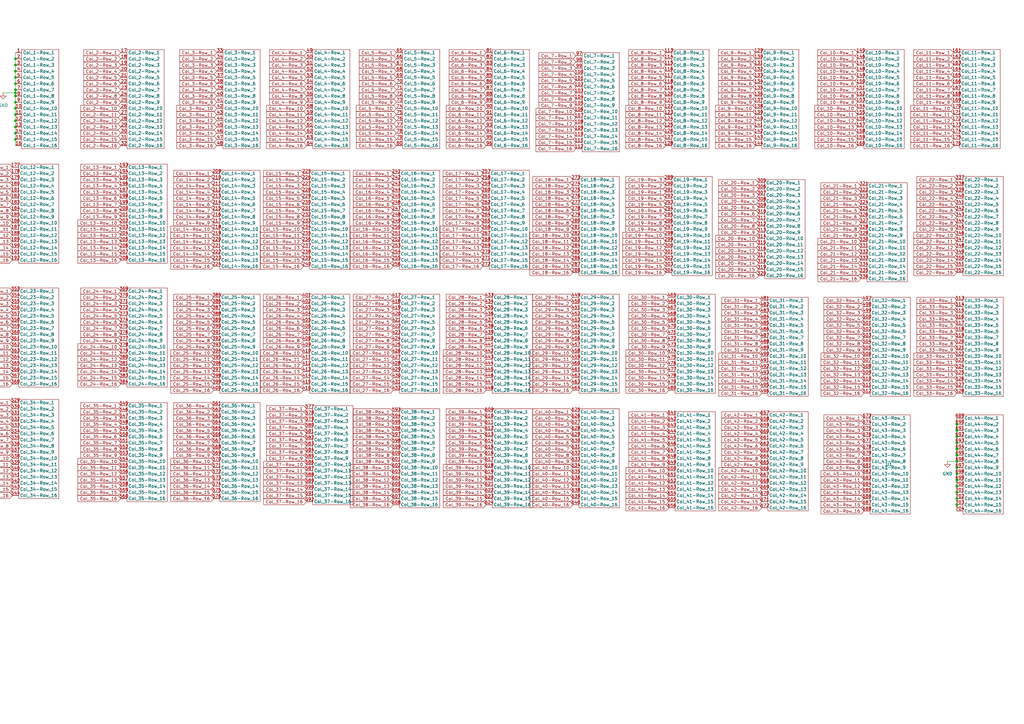
<source format=kicad_sch>
(kicad_sch (version 20250114) (generator "eeschema") (generator_version "9.0")
  (paper "A3")
  (junction (at 392.43 194.31))
  (junction (at 6.35 49.53))
  (junction (at 392.43 186.69))
  (junction (at 392.43 191.77))
  (junction (at 392.43 201.93))
  (junction (at 6.35 24.13))
  (junction (at 6.35 39.37))
  (junction (at 392.43 179.07))
  (junction (at 6.35 26.67))
  (junction (at 392.43 181.61))
  (junction (at 6.35 41.91))
  (junction (at 392.43 207.01))
  (junction (at 392.43 189.23))
  (junction (at 392.43 196.85))
  (junction (at 6.35 52.07))
  (junction (at 392.43 184.15))
  (junction (at 6.35 36.83))
  (junction (at 6.35 46.99))
  (junction (at 392.43 176.53))
  (junction (at 392.43 173.99))
  (junction (at 6.35 34.29))
  (junction (at 6.35 29.21))
  (junction (at 6.35 57.15))
  (junction (at 6.35 44.45))
  (junction (at 6.35 38.1))
  (junction (at 6.35 54.61))
  (junction (at 392.43 204.47))
  (junction (at 6.35 31.75))
  (junction (at 392.43 199.39))
  (wire (pts (xy 6.35 39.37) (xy 6.35 41.91)))
  (wire (pts (xy 392.43 179.07) (xy 392.43 181.61)))
  (wire (pts (xy 6.35 21.59) (xy 6.35 24.13)))
  (wire (pts (xy 392.43 181.61) (xy 392.43 184.15)))
  (wire (pts (xy 388.62 189.23) (xy 392.43 189.23)))
  (wire (pts (xy 392.43 184.15) (xy 392.43 186.69)))
  (wire (pts (xy 6.35 49.53) (xy 6.35 52.07)))
  (wire (pts (xy 6.35 57.15) (xy 6.35 59.69)))
  (wire (pts (xy 392.43 173.99) (xy 392.43 176.53)))
  (wire (pts (xy 392.43 194.31) (xy 392.43 196.85)))
  (wire (pts (xy 6.35 36.83) (xy 6.35 38.1)))
  (wire (pts (xy 6.35 54.61) (xy 6.35 57.15)))
  (wire (pts (xy 6.35 41.91) (xy 6.35 44.45)))
  (wire (pts (xy 392.43 201.93) (xy 392.43 204.47)))
  (wire (pts (xy 392.43 176.53) (xy 392.43 179.07)))
  (wire (pts (xy 6.35 38.1) (xy 6.35 39.37)))
  (wire (pts (xy 6.35 26.67) (xy 6.35 29.21)))
  (wire (pts (xy 6.35 31.75) (xy 6.35 34.29)))
  (wire (pts (xy 392.43 207.01) (xy 392.43 209.55)))
  (wire (pts (xy 392.43 171.45) (xy 392.43 173.99)))
  (wire (pts (xy 6.35 46.99) (xy 6.35 49.53)))
  (wire (pts (xy 6.35 24.13) (xy 6.35 26.67)))
  (wire (pts (xy 6.35 29.21) (xy 6.35 31.75)))
  (wire (pts (xy 392.43 186.69) (xy 392.43 189.23)))
  (wire (pts (xy 392.43 191.77) (xy 392.43 194.31)))
  (wire (pts (xy 6.35 34.29) (xy 6.35 36.83)))
  (wire (pts (xy 392.43 204.47) (xy 392.43 207.01)))
  (wire (pts (xy 6.35 38.1) (xy 1.27 38.1)))
  (wire (pts (xy 392.43 196.85) (xy 392.43 199.39)))
  (wire (pts (xy 6.35 44.45) (xy 6.35 46.99)))
  (wire (pts (xy 392.43 199.39) (xy 392.43 201.93)))
  (wire (pts (xy 6.35 52.07) (xy 6.35 54.61)))
  (wire (pts (xy 392.43 189.23) (xy 392.43 191.77)))
  (global_label "Col_33-Row_3" (shape input) (at 392.43 128.27 180) (property "Intersheetrefs" "${INTERSHEET_REFS}" (effects (hide yes))))
  (global_label "Col_21-Row_1" (shape input) (at 353.06 76.2 180) (property "Intersheetrefs" "${INTERSHEET_REFS}" (effects (hide yes))))
  (global_label "Col_13-Row_14" (shape input) (at 49.53 101.6 180) (property "Intersheetrefs" "${INTERSHEET_REFS}" (effects (hide yes))))
  (global_label "Col_3-Row_1" (shape input) (at 88.9 21.59 180) (property "Intersheetrefs" "${INTERSHEET_REFS}" (effects (hide yes))))
  (global_label "Col_4-Row_2" (shape input) (at 125.73 24.13 180) (property "Intersheetrefs" "${INTERSHEET_REFS}" (effects (hide yes))))
  (global_label "Col_26-Row_4" (shape input) (at 124.46 129.54 180) (property "Intersheetrefs" "${INTERSHEET_REFS}" (effects (hide yes))))
  (global_label "Col_36-Row_14" (shape input) (at 87.63 199.39 180) (property "Intersheetrefs" "${INTERSHEET_REFS}" (effects (hide yes))))
  (global_label "Col_23-Row_2" (shape input) (at 5.08 121.92 180) (property "Intersheetrefs" "${INTERSHEET_REFS}" (effects (hide yes))))
  (global_label "Col_17-Row_12" (shape input) (at 198.12 99.06 180) (property "Intersheetrefs" "${INTERSHEET_REFS}" (effects (hide yes))))
  (global_label "Col_12-Row_5" (shape input) (at 5.08 78.74 180) (property "Intersheetrefs" "${INTERSHEET_REFS}" (effects (hide yes))))
  (global_label "Col_21-Row_2" (shape input) (at 353.06 78.74 180) (property "Intersheetrefs" "${INTERSHEET_REFS}" (effects (hide yes))))
  (global_label "Col_7-Row_16" (shape input) (at 236.22 60.96 180) (property "Intersheetrefs" "${INTERSHEET_REFS}" (effects (hide yes))))
  (global_label "Col_22-Row_14" (shape input) (at 392.43 106.68 180) (property "Intersheetrefs" "${INTERSHEET_REFS}" (effects (hide yes))))
  (global_label "Col_41-Row_16" (shape input) (at 274.32 208.28 180) (property "Intersheetrefs" "${INTERSHEET_REFS}" (effects (hide yes))))
  (global_label "Col_20-Row_10" (shape input) (at 311.15 97.79 180) (property "Intersheetrefs" "${INTERSHEET_REFS}" (effects (hide yes))))
  (global_label "Col_37-Row_4" (shape input) (at 125.73 175.26 180) (property "Intersheetrefs" "${INTERSHEET_REFS}" (effects (hide yes))))
  (global_label "Col_11-Row_2" (shape input) (at 391.16 24.13 180) (property "Intersheetrefs" "${INTERSHEET_REFS}" (effects (hide yes))))
  (global_label "Col_20-Row_2" (shape input) (at 311.15 77.47 180) (property "Intersheetrefs" "${INTERSHEET_REFS}" (effects (hide yes))))
  (global_label "Col_29-Row_11" (shape input) (at 234.95 147.32 180) (property "Intersheetrefs" "${INTERSHEET_REFS}" (effects (hide yes))))
  (global_label "Col_10-Row_1" (shape input) (at 351.79 21.59 180) (property "Intersheetrefs" "${INTERSHEET_REFS}" (effects (hide yes))))
  (global_label "Col_10-Row_4" (shape input) (at 351.79 29.21 180) (property "Intersheetrefs" "${INTERSHEET_REFS}" (effects (hide yes))))
  (global_label "Col_13-Row_7" (shape input) (at 49.53 83.82 180) (property "Intersheetrefs" "${INTERSHEET_REFS}" (effects (hide yes))))
  (global_label "Col_20-Row_16" (shape input) (at 311.15 113.03 180) (property "Intersheetrefs" "${INTERSHEET_REFS}" (effects (hide yes))))
  (global_label "Col_31-Row_11" (shape input) (at 312.42 148.59 180) (property "Intersheetrefs" "${INTERSHEET_REFS}" (effects (hide yes))))
  (global_label "Col_20-Row_6" (shape input) (at 311.15 87.63 180) (property "Intersheetrefs" "${INTERSHEET_REFS}" (effects (hide yes))))
  (global_label "Col_8-Row_2" (shape input) (at 273.05 24.13 180) (property "Intersheetrefs" "${INTERSHEET_REFS}" (effects (hide yes))))
  (global_label "Col_10-Row_10" (shape input) (at 351.79 44.45 180) (property "Intersheetrefs" "${INTERSHEET_REFS}" (effects (hide yes))))
  (global_label "Col_22-Row_16" (shape input) (at 392.43 111.76 180) (property "Intersheetrefs" "${INTERSHEET_REFS}" (effects (hide yes))))
  (global_label "Col_5-Row_11" (shape input) (at 162.56 46.99 180) (property "Intersheetrefs" "${INTERSHEET_REFS}" (effects (hide yes))))
  (global_label "Col_35-Row_15" (shape input) (at 49.53 201.93 180) (property "Intersheetrefs" "${INTERSHEET_REFS}" (effects (hide yes))))
  (global_label "Col_25-Row_16" (shape input) (at 87.63 160.02 180) (property "Intersheetrefs" "${INTERSHEET_REFS}" (effects (hide yes))))
  (global_label "Col_22-Row_1" (shape input) (at 392.43 73.66 180) (property "Intersheetrefs" "${INTERSHEET_REFS}" (effects (hide yes))))
  (global_label "Col_41-Row_11" (shape input) (at 274.32 195.58 180) (property "Intersheetrefs" "${INTERSHEET_REFS}" (effects (hide yes))))
  (global_label "Col_41-Row_15" (shape input) (at 274.32 205.74 180) (property "Intersheetrefs" "${INTERSHEET_REFS}" (effects (hide yes))))
  (global_label "Col_32-Row_1" (shape input) (at 354.33 123.19 180) (property "Intersheetrefs" "${INTERSHEET_REFS}" (effects (hide yes))))
  (global_label "Col_30-Row_4" (shape input) (at 274.32 129.54 180) (property "Intersheetrefs" "${INTERSHEET_REFS}" (effects (hide yes))))
  (global_label "Col_40-Row_12" (shape input) (at 234.95 196.85 180) (property "Intersheetrefs" "${INTERSHEET_REFS}" (effects (hide yes))))
  (global_label "Col_20-Row_5" (shape input) (at 311.15 85.09 180) (property "Intersheetrefs" "${INTERSHEET_REFS}" (effects (hide yes))))
  (global_label "Col_33-Row_13" (shape input) (at 392.43 153.67 180) (property "Intersheetrefs" "${INTERSHEET_REFS}" (effects (hide yes))))
  (global_label "Col_24-Row_1" (shape input) (at 49.53 119.38 180) (property "Intersheetrefs" "${INTERSHEET_REFS}" (effects (hide yes))))
  (global_label "Col_6-Row_16" (shape input) (at 199.39 59.69 180) (property "Intersheetrefs" "${INTERSHEET_REFS}" (effects (hide yes))))
  (global_label "Col_30-Row_14" (shape input) (at 274.32 154.94 180) (property "Intersheetrefs" "${INTERSHEET_REFS}" (effects (hide yes))))
  (global_label "Col_25-Row_12" (shape input) (at 87.63 149.86 180) (property "Intersheetrefs" "${INTERSHEET_REFS}" (effects (hide yes))))
  (global_label "Col_16-Row_8" (shape input) (at 161.29 88.9 180) (property "Intersheetrefs" "${INTERSHEET_REFS}" (effects (hide yes))))
  (global_label "Col_5-Row_5" (shape input) (at 162.56 31.75 180) (property "Intersheetrefs" "${INTERSHEET_REFS}" (effects (hide yes))))
  (global_label "Col_28-Row_10" (shape input) (at 199.39 144.78 180) (property "Intersheetrefs" "${INTERSHEET_REFS}" (effects (hide yes))))
  (global_label "Col_18-Row_1" (shape input) (at 234.95 73.66 180) (property "Intersheetrefs" "${INTERSHEET_REFS}" (effects (hide yes))))
  (global_label "Col_32-Row_5" (shape input) (at 354.33 133.35 180) (property "Intersheetrefs" "${INTERSHEET_REFS}" (effects (hide yes))))
  (global_label "Col_33-Row_15" (shape input) (at 392.43 158.75 180) (property "Intersheetrefs" "${INTERSHEET_REFS}" (effects (hide yes))))
  (global_label "Col_32-Row_2" (shape input) (at 354.33 125.73 180) (property "Intersheetrefs" "${INTERSHEET_REFS}" (effects (hide yes))))
  (global_label "Col_2-Row_8" (shape input) (at 49.53 39.37 180) (property "Intersheetrefs" "${INTERSHEET_REFS}" (effects (hide yes))))
  (global_label "Col_26-Row_5" (shape input) (at 124.46 132.08 180) (property "Intersheetrefs" "${INTERSHEET_REFS}" (effects (hide yes))))
  (global_label "Col_23-Row_3" (shape input) (at 5.08 124.46 180) (property "Intersheetrefs" "${INTERSHEET_REFS}" (effects (hide yes))))
  (global_label "Col_26-Row_15" (shape input) (at 124.46 157.48 180) (property "Intersheetrefs" "${INTERSHEET_REFS}" (effects (hide yes))))
  (global_label "Col_10-Row_3" (shape input) (at 351.79 26.67 180) (property "Intersheetrefs" "${INTERSHEET_REFS}" (effects (hide yes))))
  (global_label "Col_18-Row_11" (shape input) (at 234.95 99.06 180) (property "Intersheetrefs" "${INTERSHEET_REFS}" (effects (hide yes))))
  (global_label "Col_7-Row_2" (shape input) (at 236.22 25.4 180) (property "Intersheetrefs" "${INTERSHEET_REFS}" (effects (hide yes))))
  (global_label "Col_42-Row_2" (shape input) (at 312.42 172.72 180) (property "Intersheetrefs" "${INTERSHEET_REFS}" (effects (hide yes))))
  (global_label "Col_31-Row_10" (shape input) (at 312.42 146.05 180) (property "Intersheetrefs" "${INTERSHEET_REFS}" (effects (hide yes))))
  (global_label "Col_15-Row_8" (shape input) (at 124.46 88.9 180) (property "Intersheetrefs" "${INTERSHEET_REFS}" (effects (hide yes))))
  (global_label "Col_9-Row_12" (shape input) (at 309.88 49.53 180) (property "Intersheetrefs" "${INTERSHEET_REFS}" (effects (hide yes))))
  (global_label "Col_34-Row_2" (shape input) (at 5.08 167.64 180) (property "Intersheetrefs" "${INTERSHEET_REFS}" (effects (hide yes))))
  (global_label "Col_20-Row_8" (shape input) (at 311.15 92.71 180) (property "Intersheetrefs" "${INTERSHEET_REFS}" (effects (hide yes))))
  (global_label "Col_42-Row_15" (shape input) (at 312.42 205.74 180) (property "Intersheetrefs" "${INTERSHEET_REFS}" (effects (hide yes))))
  (global_label "Col_43-Row_4" (shape input) (at 354.33 179.07 180) (property "Intersheetrefs" "${INTERSHEET_REFS}" (effects (hide yes))))
  (global_label "Col_39-Row_1" (shape input) (at 199.39 168.91 180) (property "Intersheetrefs" "${INTERSHEET_REFS}" (effects (hide yes))))
  (global_label "Col_28-Row_16" (shape input) (at 199.39 160.02 180) (property "Intersheetrefs" "${INTERSHEET_REFS}" (effects (hide yes))))
  (global_label "Col_4-Row_5" (shape input) (at 125.73 31.75 180) (property "Intersheetrefs" "${INTERSHEET_REFS}" (effects (hide yes))))
  (global_label "Col_39-Row_3" (shape input) (at 199.39 173.99 180) (property "Intersheetrefs" "${INTERSHEET_REFS}" (effects (hide yes))))
  (global_label "Col_32-Row_8" (shape input) (at 354.33 140.97 180) (property "Intersheetrefs" "${INTERSHEET_REFS}" (effects (hide yes))))
  (global_label "Col_21-Row_16" (shape input) (at 353.06 114.3 180) (property "Intersheetrefs" "${INTERSHEET_REFS}" (effects (hide yes))))
  (global_label "Col_21-Row_12" (shape input) (at 353.06 104.14 180) (property "Intersheetrefs" "${INTERSHEET_REFS}" (effects (hide yes))))
  (global_label "Col_33-Row_2" (shape input) (at 392.43 125.73 180) (property "Intersheetrefs" "${INTERSHEET_REFS}" (effects (hide yes))))
  (global_label "Col_4-Row_12" (shape input) (at 125.73 49.53 180) (property "Intersheetrefs" "${INTERSHEET_REFS}" (effects (hide yes))))
  (global_label "Col_38-Row_12" (shape input) (at 161.29 196.85 180) (property "Intersheetrefs" "${INTERSHEET_REFS}" (effects (hide yes))))
  (global_label "Col_19-Row_3" (shape input) (at 273.05 73.66 180) (property "Intersheetrefs" "${INTERSHEET_REFS}" (effects (hide yes))))
  (global_label "Col_7-Row_11" (shape input) (at 236.22 48.26 180) (property "Intersheetrefs" "${INTERSHEET_REFS}" (effects (hide yes))))
  (global_label "Col_23-Row_15" (shape input) (at 5.08 154.94 180) (property "Intersheetrefs" "${INTERSHEET_REFS}" (effects (hide yes))))
  (global_label "Col_17-Row_2" (shape input) (at 198.12 73.66 180) (property "Intersheetrefs" "${INTERSHEET_REFS}" (effects (hide yes))))
  (global_label "Col_14-Row_7" (shape input) (at 87.63 86.36 180) (property "Intersheetrefs" "${INTERSHEET_REFS}" (effects (hide yes))))
  (global_label "Col_37-Row_16" (shape input) (at 125.73 205.74 180) (property "Intersheetrefs" "${INTERSHEET_REFS}" (effects (hide yes))))
  (global_label "Col_18-Row_2" (shape input) (at 234.95 76.2 180) (property "Intersheetrefs" "${INTERSHEET_REFS}" (effects (hide yes))))
  (global_label "Col_9-Row_1" (shape input) (at 309.88 21.59 180) (property "Intersheetrefs" "${INTERSHEET_REFS}" (effects (hide yes))))
  (global_label "Col_7-Row_6" (shape input) (at 236.22 35.56 180) (property "Intersheetrefs" "${INTERSHEET_REFS}" (effects (hide yes))))
  (global_label "Col_32-Row_4" (shape input) (at 354.33 130.81 180) (property "Intersheetrefs" "${INTERSHEET_REFS}" (effects (hide yes))))
  (global_label "Col_42-Row_14" (shape input) (at 312.42 203.2 180) (property "Intersheetrefs" "${INTERSHEET_REFS}" (effects (hide yes))))
  (global_label "Col_15-Row_13" (shape input) (at 124.46 101.6 180) (property "Intersheetrefs" "${INTERSHEET_REFS}" (effects (hide yes))))
  (global_label "Col_5-Row_12" (shape input) (at 162.56 49.53 180) (property "Intersheetrefs" "${INTERSHEET_REFS}" (effects (hide yes))))
  (global_label "Col_40-Row_7" (shape input) (at 234.95 184.15 180) (property "Intersheetrefs" "${INTERSHEET_REFS}" (effects (hide yes))))
  (global_label "Col_9-Row_9" (shape input) (at 309.88 41.91 180) (property "Intersheetrefs" "${INTERSHEET_REFS}" (effects (hide yes))))
  (global_label "Col_17-Row_5" (shape input) (at 198.12 81.28 180) (property "Intersheetrefs" "${INTERSHEET_REFS}" (effects (hide yes))))
  (global_label "Col_12-Row_2" (shape input) (at 5.08 71.12 180) (property "Intersheetrefs" "${INTERSHEET_REFS}" (effects (hide yes))))
  (global_label "Col_43-Row_12" (shape input) (at 354.33 199.39 180) (property "Intersheetrefs" "${INTERSHEET_REFS}" (effects (hide yes))))
  (global_label "Col_21-Row_9" (shape input) (at 353.06 96.52 180) (property "Intersheetrefs" "${INTERSHEET_REFS}" (effects (hide yes))))
  (global_label "Col_27-Row_9" (shape input) (at 161.29 142.24 180) (property "Intersheetrefs" "${INTERSHEET_REFS}" (effects (hide yes))))
  (global_label "Col_2-Row_9" (shape input) (at 49.53 41.91 180) (property "Intersheetrefs" "${INTERSHEET_REFS}" (effects (hide yes))))
  (global_label "Col_20-Row_15" (shape input) (at 311.15 110.49 180) (property "Intersheetrefs" "${INTERSHEET_REFS}" (effects (hide yes))))
  (global_label "Col_37-Row_15" (shape input) (at 125.73 203.2 180) (property "Intersheetrefs" "${INTERSHEET_REFS}" (effects (hide yes))))
  (global_label "Col_30-Row_11" (shape input) (at 274.32 147.32 180) (property "Intersheetrefs" "${INTERSHEET_REFS}" (effects (hide yes))))
  (global_label "Col_33-Row_12" (shape input) (at 392.43 151.13 180) (property "Intersheetrefs" "${INTERSHEET_REFS}" (effects (hide yes))))
  (global_label "Col_34-Row_15" (shape input) (at 5.08 200.66 180) (property "Intersheetrefs" "${INTERSHEET_REFS}" (effects (hide yes))))
  (global_label "Col_35-Row_2" (shape input) (at 49.53 168.91 180) (property "Intersheetrefs" "${INTERSHEET_REFS}" (effects (hide yes))))
  (global_label "Col_30-Row_6" (shape input) (at 274.32 134.62 180) (property "Intersheetrefs" "${INTERSHEET_REFS}" (effects (hide yes))))
  (global_label "Col_29-Row_4" (shape input) (at 234.95 129.54 180) (property "Intersheetrefs" "${INTERSHEET_REFS}" (effects (hide yes))))
  (global_label "Col_39-Row_6" (shape input) (at 199.39 181.61 180) (property "Intersheetrefs" "${INTERSHEET_REFS}" (effects (hide yes))))
  (global_label "Col_14-Row_3" (shape input) (at 87.63 76.2 180) (property "Intersheetrefs" "${INTERSHEET_REFS}" (effects (hide yes))))
  (global_label "Col_3-Row_4" (shape input) (at 88.9 29.21 180) (property "Intersheetrefs" "${INTERSHEET_REFS}" (effects (hide yes))))
  (global_label "Col_13-Row_16" (shape input) (at 49.53 106.68 180) (property "Intersheetrefs" "${INTERSHEET_REFS}" (effects (hide yes))))
  (global_label "Col_18-Row_3" (shape input) (at 234.95 78.74 180) (property "Intersheetrefs" "${INTERSHEET_REFS}" (effects (hide yes))))
  (global_label "Col_3-Row_11" (shape input) (at 88.9 46.99 180) (property "Intersheetrefs" "${INTERSHEET_REFS}" (effects (hide yes))))
  (global_label "Col_8-Row_4" (shape input) (at 273.05 29.21 180) (property "Intersheetrefs" "${INTERSHEET_REFS}" (effects (hide yes))))
  (global_label "Col_17-Row_9" (shape input) (at 198.12 91.44 180) (property "Intersheetrefs" "${INTERSHEET_REFS}" (effects (hide yes))))
  (global_label "Col_26-Row_1" (shape input) (at 124.46 121.92 180) (property "Intersheetrefs" "${INTERSHEET_REFS}" (effects (hide yes))))
  (global_label "Col_10-Row_13" (shape input) (at 351.79 52.07 180) (property "Intersheetrefs" "${INTERSHEET_REFS}" (effects (hide yes))))
  (global_label "Col_37-Row_1" (shape input) (at 125.73 167.64 180) (property "Intersheetrefs" "${INTERSHEET_REFS}" (effects (hide yes))))
  (global_label "Col_35-Row_7" (shape input) (at 49.53 181.61 180) (property "Intersheetrefs" "${INTERSHEET_REFS}" (effects (hide yes))))
  (global_label "Col_27-Row_16" (shape input) (at 161.29 160.02 180) (property "Intersheetrefs" "${INTERSHEET_REFS}" (effects (hide yes))))
  (global_label "Col_13-Row_8" (shape input) (at 49.53 86.36 180) (property "Intersheetrefs" "${INTERSHEET_REFS}" (effects (hide yes))))
  (global_label "Col_23-Row_8" (shape input) (at 5.08 137.16 180) (property "Intersheetrefs" "${INTERSHEET_REFS}" (effects (hide yes))))
  (global_label "Col_7-Row_3" (shape input) (at 236.22 27.94 180) (property "Intersheetrefs" "${INTERSHEET_REFS}" (effects (hide yes))))
  (global_label "Col_42-Row_4" (shape input) (at 312.42 177.8 180) (property "Intersheetrefs" "${INTERSHEET_REFS}" (effects (hide yes))))
  (global_label "Col_3-Row_8" (shape input) (at 88.9 39.37 180) (property "Intersheetrefs" "${INTERSHEET_REFS}" (effects (hide yes))))
  (global_label "Col_9-Row_4" (shape input) (at 309.88 29.21 180) (property "Intersheetrefs" "${INTERSHEET_REFS}" (effects (hide yes))))
  (global_label "Col_36-Row_12" (shape input) (at 87.63 194.31 180) (property "Intersheetrefs" "${INTERSHEET_REFS}" (effects (hide yes))))
  (global_label "Col_12-Row_6" (shape input) (at 5.08 81.28 180) (property "Intersheetrefs" "${INTERSHEET_REFS}" (effects (hide yes))))
  (global_label "Col_19-Row_9" (shape input) (at 273.05 93.98 180) (property "Intersheetrefs" "${INTERSHEET_REFS}" (effects (hide yes))))
  (global_label "Col_23-Row_11" (shape input) (at 5.08 144.78 180) (property "Intersheetrefs" "${INTERSHEET_REFS}" (effects (hide yes))))
  (global_label "Col_12-Row_13" (shape input) (at 5.08 99.06 180) (property "Intersheetrefs" "${INTERSHEET_REFS}" (effects (hide yes))))
  (global_label "Col_7-Row_5" (shape input) (at 236.22 33.02 180) (property "Intersheetrefs" "${INTERSHEET_REFS}" (effects (hide yes))))
  (global_label "Col_32-Row_9" (shape input) (at 354.33 143.51 180) (property "Intersheetrefs" "${INTERSHEET_REFS}" (effects (hide yes))))
  (global_label "Col_6-Row_13" (shape input) (at 199.39 52.07 180) (property "Intersheetrefs" "${INTERSHEET_REFS}" (effects (hide yes))))
  (global_label "Col_35-Row_3" (shape input) (at 49.53 171.45 180) (property "Intersheetrefs" "${INTERSHEET_REFS}" (effects (hide yes))))
  (global_label "Col_11-Row_6" (shape input) (at 391.16 34.29 180) (property "Intersheetrefs" "${INTERSHEET_REFS}" (effects (hide yes))))
  (global_label "Col_11-Row_11" (shape input) (at 391.16 46.99 180) (property "Intersheetrefs" "${INTERSHEET_REFS}" (effects (hide yes))))
  (global_label "Col_21-Row_4" (shape input) (at 353.06 83.82 180) (property "Intersheetrefs" "${INTERSHEET_REFS}" (effects (hide yes))))
  (global_label "Col_9-Row_8" (shape input) (at 309.88 39.37 180) (property "Intersheetrefs" "${INTERSHEET_REFS}" (effects (hide yes))))
  (global_label "Col_18-Row_12" (shape input) (at 234.95 101.6 180) (property "Intersheetrefs" "${INTERSHEET_REFS}" (effects (hide yes))))
  (global_label "Col_33-Row_6" (shape input) (at 392.43 135.89 180) (property "Intersheetrefs" "${INTERSHEET_REFS}" (effects (hide yes))))
  (global_label "Col_13-Row_12" (shape input) (at 49.53 96.52 180) (property "Intersheetrefs" "${INTERSHEET_REFS}" (effects (hide yes))))
  (global_label "Col_39-Row_4" (shape input) (at 199.39 176.53 180) (property "Intersheetrefs" "${INTERSHEET_REFS}" (effects (hide yes))))
  (global_label "Col_17-Row_11" (shape input) (at 198.12 96.52 180) (property "Intersheetrefs" "${INTERSHEET_REFS}" (effects (hide yes))))
  (global_label "Col_7-Row_14" (shape input) (at 236.22 55.88 180) (property "Intersheetrefs" "${INTERSHEET_REFS}" (effects (hide yes))))
  (global_label "Col_9-Row_10" (shape input) (at 309.88 44.45 180) (property "Intersheetrefs" "${INTERSHEET_REFS}" (effects (hide yes))))
  (global_label "Col_5-Row_7" (shape input) (at 162.56 36.83 180) (property "Intersheetrefs" "${INTERSHEET_REFS}" (effects (hide yes))))
  (global_label "Col_27-Row_5" (shape input) (at 161.29 132.08 180) (property "Intersheetrefs" "${INTERSHEET_REFS}" (effects (hide yes))))
  (global_label "Col_29-Row_12" (shape input) (at 234.95 149.86 180) (property "Intersheetrefs" "${INTERSHEET_REFS}" (effects (hide yes))))
  (global_label "Col_5-Row_4" (shape input) (at 162.56 29.21 180) (property "Intersheetrefs" "${INTERSHEET_REFS}" (effects (hide yes))))
  (global_label "Col_9-Row_13" (shape input) (at 309.88 52.07 180) (property "Intersheetrefs" "${INTERSHEET_REFS}" (effects (hide yes))))
  (global_label "Col_7-Row_7" (shape input) (at 236.22 38.1 180) (property "Intersheetrefs" "${INTERSHEET_REFS}" (effects (hide yes))))
  (global_label "Col_25-Row_5" (shape input) (at 87.63 132.08 180) (property "Intersheetrefs" "${INTERSHEET_REFS}" (effects (hide yes))))
  (global_label "Col_32-Row_3" (shape input) (at 354.33 128.27 180) (property "Intersheetrefs" "${INTERSHEET_REFS}" (effects (hide yes))))
  (global_label "Col_43-Row_9" (shape input) (at 354.33 191.77 180) (property "Intersheetrefs" "${INTERSHEET_REFS}" (effects (hide yes))))
  (global_label "Col_26-Row_3" (shape input) (at 124.46 127 180) (property "Intersheetrefs" "${INTERSHEET_REFS}" (effects (hide yes))))
  (global_label "Col_5-Row_16" (shape input) (at 162.56 59.69 180) (property "Intersheetrefs" "${INTERSHEET_REFS}" (effects (hide yes))))
  (global_label "Col_8-Row_11" (shape input) (at 273.05 46.99 180) (property "Intersheetrefs" "${INTERSHEET_REFS}" (effects (hide yes))))
  (global_label "Col_2-Row_1" (shape input) (at 49.53 21.59 180) (property "Intersheetrefs" "${INTERSHEET_REFS}" (effects (hide yes))))
  (global_label "Col_28-Row_13" (shape input) (at 199.39 152.4 180) (property "Intersheetrefs" "${INTERSHEET_REFS}" (effects (hide yes))))
  (global_label "Col_6-Row_8" (shape input) (at 199.39 39.37 180) (property "Intersheetrefs" "${INTERSHEET_REFS}" (effects (hide yes))))
  (global_label "Col_41-Row_1" (shape input) (at 274.32 170.18 180) (property "Intersheetrefs" "${INTERSHEET_REFS}" (effects (hide yes))))
  (global_label "Col_32-Row_15" (shape input) (at 354.33 158.75 180) (property "Intersheetrefs" "${INTERSHEET_REFS}" (effects (hide yes))))
  (global_label "Col_6-Row_9" (shape input) (at 199.39 41.91 180) (property "Intersheetrefs" "${INTERSHEET_REFS}" (effects (hide yes))))
  (global_label "Col_19-Row_5" (shape input) (at 273.05 83.82 180) (property "Intersheetrefs" "${INTERSHEET_REFS}" (effects (hide yes))))
  (global_label "Col_25-Row_15" (shape input) (at 87.63 157.48 180) (property "Intersheetrefs" "${INTERSHEET_REFS}" (effects (hide yes))))
  (global_label "Col_22-Row_3" (shape input) (at 392.43 78.74 180) (property "Intersheetrefs" "${INTERSHEET_REFS}" (effects (hide yes))))
  (global_label "Col_43-Row_13" (shape input) (at 354.33 201.93 180) (property "Intersheetrefs" "${INTERSHEET_REFS}" (effects (hide yes))))
  (global_label "Col_2-Row_2" (shape input) (at 49.53 24.13 180) (property "Intersheetrefs" "${INTERSHEET_REFS}" (effects (hide yes))))
  (global_label "Col_27-Row_2" (shape input) (at 161.29 124.46 180) (property "Intersheetrefs" "${INTERSHEET_REFS}" (effects (hide yes))))
  (global_label "Col_29-Row_5" (shape input) (at 234.95 132.08 180) (property "Intersheetrefs" "${INTERSHEET_REFS}" (effects (hide yes))))
  (global_label "Col_39-Row_8" (shape input) (at 199.39 186.69 180) (property "Intersheetrefs" "${INTERSHEET_REFS}" (effects (hide yes))))
  (global_label "Col_4-Row_6" (shape input) (at 125.73 34.29 180) (property "Intersheetrefs" "${INTERSHEET_REFS}" (effects (hide yes))))
  (global_label "Col_6-Row_14" (shape input) (at 199.39 54.61 180) (property "Intersheetrefs" "${INTERSHEET_REFS}" (effects (hide yes))))
  (global_label "Col_40-Row_10" (shape input) (at 234.95 191.77 180) (property "Intersheetrefs" "${INTERSHEET_REFS}" (effects (hide yes))))
  (global_label "Col_42-Row_6" (shape input) (at 312.42 182.88 180) (property "Intersheetrefs" "${INTERSHEET_REFS}" (effects (hide yes))))
  (global_label "Col_40-Row_6" (shape input) (at 234.95 181.61 180) (property "Intersheetrefs" "${INTERSHEET_REFS}" (effects (hide yes))))
  (global_label "Col_9-Row_7" (shape input) (at 309.88 36.83 180) (property "Intersheetrefs" "${INTERSHEET_REFS}" (effects (hide yes))))
  (global_label "Col_37-Row_12" (shape input) (at 125.73 195.58 180) (property "Intersheetrefs" "${INTERSHEET_REFS}" (effects (hide yes))))
  (global_label "Col_41-Row_4" (shape input) (at 274.32 177.8 180) (property "Intersheetrefs" "${INTERSHEET_REFS}" (effects (hide yes))))
  (global_label "Col_21-Row_7" (shape input) (at 353.06 91.44 180) (property "Intersheetrefs" "${INTERSHEET_REFS}" (effects (hide yes))))
  (global_label "Col_32-Row_16" (shape input) (at 354.33 161.29 180) (property "Intersheetrefs" "${INTERSHEET_REFS}" (effects (hide yes))))
  (global_label "Col_31-Row_14" (shape input) (at 312.42 156.21 180) (property "Intersheetrefs" "${INTERSHEET_REFS}" (effects (hide yes))))
  (global_label "Col_24-Row_9" (shape input) (at 49.53 139.7 180) (property "Intersheetrefs" "${INTERSHEET_REFS}" (effects (hide yes))))
  (global_label "Col_16-Row_2" (shape input) (at 161.29 73.66 180) (property "Intersheetrefs" "${INTERSHEET_REFS}" (effects (hide yes))))
  (global_label "Col_6-Row_2" (shape input) (at 199.39 24.13 180) (property "Intersheetrefs" "${INTERSHEET_REFS}" (effects (hide yes))))
  (global_label "Col_10-Row_2" (shape input) (at 351.79 24.13 180) (property "Intersheetrefs" "${INTERSHEET_REFS}" (effects (hide yes))))
  (global_label "Col_9-Row_14" (shape input) (at 309.88 54.61 180) (property "Intersheetrefs" "${INTERSHEET_REFS}" (effects (hide yes))))
  (global_label "Col_15-Row_10" (shape input) (at 124.46 93.98 180) (property "Intersheetrefs" "${INTERSHEET_REFS}" (effects (hide yes))))
  (global_label "Col_41-Row_14" (shape input) (at 274.32 203.2 180) (property "Intersheetrefs" "${INTERSHEET_REFS}" (effects (hide yes))))
  (global_label "Col_21-Row_10" (shape input) (at 353.06 99.06 180) (property "Intersheetrefs" "${INTERSHEET_REFS}" (effects (hide yes))))
  (global_label "Col_34-Row_14" (shape input) (at 5.08 198.12 180) (property "Intersheetrefs" "${INTERSHEET_REFS}" (effects (hide yes))))
  (global_label "Col_39-Row_14" (shape input) (at 199.39 201.93 180) (property "Intersheetrefs" "${INTERSHEET_REFS}" (effects (hide yes))))
  (global_label "Col_14-Row_15" (shape input) (at 87.63 106.68 180) (property "Intersheetrefs" "${INTERSHEET_REFS}" (effects (hide yes))))
  (global_label "Col_40-Row_2" (shape input) (at 234.95 171.45 180) (property "Intersheetrefs" "${INTERSHEET_REFS}" (effects (hide yes))))
  (global_label "Col_3-Row_14" (shape input) (at 88.9 54.61 180) (property "Intersheetrefs" "${INTERSHEET_REFS}" (effects (hide yes))))
  (global_label "Col_30-Row_16" (shape input) (at 274.32 160.02 180) (property "Intersheetrefs" "${INTERSHEET_REFS}" (effects (hide yes))))
  (global_label "Col_28-Row_3" (shape input) (at 199.39 127 180) (property "Intersheetrefs" "${INTERSHEET_REFS}" (effects (hide yes))))
  (global_label "Col_7-Row_15" (shape input) (at 236.22 58.42 180) (property "Intersheetrefs" "${INTERSHEET_REFS}" (effects (hide yes))))
  (global_label "Col_22-Row_8" (shape input) (at 392.43 91.44 180) (property "Intersheetrefs" "${INTERSHEET_REFS}" (effects (hide yes))))
  (global_label "Col_12-Row_4" (shape input) (at 5.08 76.2 180) (property "Intersheetrefs" "${INTERSHEET_REFS}" (effects (hide yes))))
  (global_label "Col_14-Row_13" (shape input) (at 87.63 101.6 180) (property "Intersheetrefs" "${INTERSHEET_REFS}" (effects (hide yes))))
  (global_label "Col_11-Row_14" (shape input) (at 391.16 54.61 180) (property "Intersheetrefs" "${INTERSHEET_REFS}" (effects (hide yes))))
  (global_label "Col_26-Row_11" (shape input) (at 124.46 147.32 180) (property "Intersheetrefs" "${INTERSHEET_REFS}" (effects (hide yes))))
  (global_label "Col_37-Row_2" (shape input) (at 125.73 170.18 180) (property "Intersheetrefs" "${INTERSHEET_REFS}" (effects (hide yes))))
  (global_label "Col_18-Row_13" (shape input) (at 234.95 104.14 180) (property "Intersheetrefs" "${INTERSHEET_REFS}" (effects (hide yes))))
  (global_label "Col_21-Row_6" (shape input) (at 353.06 88.9 180) (property "Intersheetrefs" "${INTERSHEET_REFS}" (effects (hide yes))))
  (global_label "Col_16-Row_11" (shape input) (at 161.29 96.52 180) (property "Intersheetrefs" "${INTERSHEET_REFS}" (effects (hide yes))))
  (global_label "Col_5-Row_10" (shape input) (at 162.56 44.45 180) (property "Intersheetrefs" "${INTERSHEET_REFS}" (effects (hide yes))))
  (global_label "Col_6-Row_11" (shape input) (at 199.39 46.99 180) (property "Intersheetrefs" "${INTERSHEET_REFS}" (effects (hide yes))))
  (global_label "Col_29-Row_2" (shape input) (at 234.95 124.46 180) (property "Intersheetrefs" "${INTERSHEET_REFS}" (effects (hide yes))))
  (global_label "Col_43-Row_6" (shape input) (at 354.33 184.15 180) (property "Intersheetrefs" "${INTERSHEET_REFS}" (effects (hide yes))))
  (global_label "Col_7-Row_8" (shape input) (at 236.22 40.64 180) (property "Intersheetrefs" "${INTERSHEET_REFS}" (effects (hide yes))))
  (global_label "Col_9-Row_6" (shape input) (at 309.88 34.29 180) (property "Intersheetrefs" "${INTERSHEET_REFS}" (effects (hide yes))))
  (global_label "Col_22-Row_7" (shape input) (at 392.43 88.9 180) (property "Intersheetrefs" "${INTERSHEET_REFS}" (effects (hide yes))))
  (global_label "Col_21-Row_8" (shape input) (at 353.06 93.98 180) (property "Intersheetrefs" "${INTERSHEET_REFS}" (effects (hide yes))))
  (global_label "Col_28-Row_1" (shape input) (at 199.39 121.92 180) (property "Intersheetrefs" "${INTERSHEET_REFS}" (effects (hide yes))))
  (global_label "Col_34-Row_11" (shape input) (at 5.08 190.5 180) (property "Intersheetrefs" "${INTERSHEET_REFS}" (effects (hide yes))))
  (global_label "Col_8-Row_12" (shape input) (at 273.05 49.53 180) (property "Intersheetrefs" "${INTERSHEET_REFS}" (effects (hide yes))))
  (global_label "Col_23-Row_5" (shape input) (at 5.08 129.54 180) (property "Intersheetrefs" "${INTERSHEET_REFS}" (effects (hide yes))))
  (global_label "Col_12-Row_9" (shape input) (at 5.08 88.9 180) (property "Intersheetrefs" "${INTERSHEET_REFS}" (effects (hide yes))))
  (global_label "Col_22-Row_2" (shape input) (at 392.43 76.2 180) (property "Intersheetrefs" "${INTERSHEET_REFS}" (effects (hide yes))))
  (global_label "Col_34-Row_4" (shape input) (at 5.08 172.72 180) (property "Intersheetrefs" "${INTERSHEET_REFS}" (effects (hide yes))))
  (global_label "Col_11-Row_16" (shape input) (at 391.16 59.69 180) (property "Intersheetrefs" "${INTERSHEET_REFS}" (effects (hide yes))))
  (global_label "Col_28-Row_4" (shape input) (at 199.39 129.54 180) (property "Intersheetrefs" "${INTERSHEET_REFS}" (effects (hide yes))))
  (global_label "Col_29-Row_9" (shape input) (at 234.95 142.24 180) (property "Intersheetrefs" "${INTERSHEET_REFS}" (effects (hide yes))))
  (global_label "Col_22-Row_13" (shape input) (at 392.43 104.14 180) (property "Intersheetrefs" "${INTERSHEET_REFS}" (effects (hide yes))))
  (global_label "Col_34-Row_7" (shape input) (at 5.08 180.34 180) (property "Intersheetrefs" "${INTERSHEET_REFS}" (effects (hide yes))))
  (global_label "Col_13-Row_4" (shape input) (at 49.53 76.2 180) (property "Intersheetrefs" "${INTERSHEET_REFS}" (effects (hide yes))))
  (global_label "Col_30-Row_3" (shape input) (at 274.32 127 180) (property "Intersheetrefs" "${INTERSHEET_REFS}" (effects (hide yes))))
  (global_label "Col_14-Row_2" (shape input) (at 87.63 73.66 180) (property "Intersheetrefs" "${INTERSHEET_REFS}" (effects (hide yes))))
  (global_label "Col_10-Row_11" (shape input) (at 351.79 46.99 180) (property "Intersheetrefs" "${INTERSHEET_REFS}" (effects (hide yes))))
  (global_label "Col_31-Row_2" (shape input) (at 312.42 125.73 180) (property "Intersheetrefs" "${INTERSHEET_REFS}" (effects (hide yes))))
  (global_label "Col_31-Row_16" (shape input) (at 312.42 161.29 180) (property "Intersheetrefs" "${INTERSHEET_REFS}" (effects (hide yes))))
  (global_label "Col_27-Row_8" (shape input) (at 161.29 139.7 180) (property "Intersheetrefs" "${INTERSHEET_REFS}" (effects (hide yes))))
  (global_label "Col_33-Row_4" (shape input) (at 392.43 130.81 180) (property "Intersheetrefs" "${INTERSHEET_REFS}" (effects (hide yes))))
  (global_label "Col_17-Row_14" (shape input) (at 198.12 104.14 180) (property "Intersheetrefs" "${INTERSHEET_REFS}" (effects (hide yes))))
  (global_label "Col_33-Row_10" (shape input) (at 392.43 146.05 180) (property "Intersheetrefs" "${INTERSHEET_REFS}" (effects (hide yes))))
  (global_label "Col_38-Row_1" (shape input) (at 161.29 168.91 180) (property "Intersheetrefs" "${INTERSHEET_REFS}" (effects (hide yes))))
  (global_label "Col_16-Row_12" (shape input) (at 161.29 99.06 180) (property "Intersheetrefs" "${INTERSHEET_REFS}" (effects (hide yes))))
  (global_label "Col_2-Row_11" (shape input) (at 49.53 46.99 180) (property "Intersheetrefs" "${INTERSHEET_REFS}" (effects (hide yes))))
  (global_label "Col_28-Row_9" (shape input) (at 199.39 142.24 180) (property "Intersheetrefs" "${INTERSHEET_REFS}" (effects (hide yes))))
  (global_label "Col_21-Row_14" (shape input) (at 353.06 109.22 180) (property "Intersheetrefs" "${INTERSHEET_REFS}" (effects (hide yes))))
  (global_label "Col_38-Row_3" (shape input) (at 161.29 173.99 180) (property "Intersheetrefs" "${INTERSHEET_REFS}" (effects (hide yes))))
  (global_label "Col_33-Row_9" (shape input) (at 392.43 143.51 180) (property "Intersheetrefs" "${INTERSHEET_REFS}" (effects (hide yes))))
  (global_label "Col_31-Row_9" (shape input) (at 312.42 143.51 180) (property "Intersheetrefs" "${INTERSHEET_REFS}" (effects (hide yes))))
  (global_label "Col_31-Row_8" (shape input) (at 312.42 140.97 180) (property "Intersheetrefs" "${INTERSHEET_REFS}" (effects (hide yes))))
  (global_label "Col_29-Row_1" (shape input) (at 234.95 121.92 180) (property "Intersheetrefs" "${INTERSHEET_REFS}" (effects (hide yes))))
  (global_label "Col_24-Row_14" (shape input) (at 49.53 152.4 180) (property "Intersheetrefs" "${INTERSHEET_REFS}" (effects (hide yes))))
  (global_label "Col_11-Row_5" (shape input) (at 391.16 31.75 180) (property "Intersheetrefs" "${INTERSHEET_REFS}" (effects (hide yes))))
  (global_label "Col_23-Row_12" (shape input) (at 5.08 147.32 180) (property "Intersheetrefs" "${INTERSHEET_REFS}" (effects (hide yes))))
  (global_label "Col_26-Row_16" (shape input) (at 124.46 160.02 180) (property "Intersheetrefs" "${INTERSHEET_REFS}" (effects (hide yes))))
  (global_label "Col_4-Row_11" (shape input) (at 125.73 46.99 180) (property "Intersheetrefs" "${INTERSHEET_REFS}" (effects (hide yes))))
  (global_label "Col_23-Row_1" (shape input) (at 5.08 119.38 180) (property "Intersheetrefs" "${INTERSHEET_REFS}" (effects (hide yes))))
  (global_label "Col_9-Row_3" (shape input) (at 309.88 26.67 180) (property "Intersheetrefs" "${INTERSHEET_REFS}" (effects (hide yes))))
  (global_label "Col_12-Row_10" (shape input) (at 5.08 91.44 180) (property "Intersheetrefs" "${INTERSHEET_REFS}" (effects (hide yes))))
  (global_label "Col_13-Row_11" (shape input) (at 49.53 93.98 180) (property "Intersheetrefs" "${INTERSHEET_REFS}" (effects (hide yes))))
  (global_label "Col_14-Row_9" (shape input) (at 87.63 91.44 180) (property "Intersheetrefs" "${INTERSHEET_REFS}" (effects (hide yes))))
  (global_label "Col_39-Row_13" (shape input) (at 199.39 199.39 180) (property "Intersheetrefs" "${INTERSHEET_REFS}" (effects (hide yes))))
  (global_label "Col_15-Row_11" (shape input) (at 124.46 96.52 180) (property "Intersheetrefs" "${INTERSHEET_REFS}" (effects (hide yes))))
  (global_label "Col_35-Row_10" (shape input) (at 49.53 189.23 180) (property "Intersheetrefs" "${INTERSHEET_REFS}" (effects (hide yes))))
  (global_label "Col_19-Row_14" (shape input) (at 273.05 106.68 180) (property "Intersheetrefs" "${INTERSHEET_REFS}" (effects (hide yes))))
  (global_label "Col_43-Row_16" (shape input) (at 354.33 209.55 180) (property "Intersheetrefs" "${INTERSHEET_REFS}" (effects (hide yes))))
  (global_label "Col_30-Row_15" (shape input) (at 274.32 157.48 180) (property "Intersheetrefs" "${INTERSHEET_REFS}" (effects (hide yes))))
  (global_label "Col_17-Row_7" (shape input) (at 198.12 86.36 180) (property "Intersheetrefs" "${INTERSHEET_REFS}" (effects (hide yes))))
  (global_label "Col_37-Row_3" (shape input) (at 125.73 172.72 180) (property "Intersheetrefs" "${INTERSHEET_REFS}" (effects (hide yes))))
  (global_label "Col_11-Row_12" (shape input) (at 391.16 49.53 180) (property "Intersheetrefs" "${INTERSHEET_REFS}" (effects (hide yes))))
  (global_label "Col_38-Row_16" (shape input) (at 161.29 207.01 180) (property "Intersheetrefs" "${INTERSHEET_REFS}" (effects (hide yes))))
  (global_label "Col_6-Row_15" (shape input) (at 199.39 57.15 180) (property "Intersheetrefs" "${INTERSHEET_REFS}" (effects (hide yes))))
  (global_label "Col_21-Row_15" (shape input) (at 353.06 111.76 180) (property "Intersheetrefs" "${INTERSHEET_REFS}" (effects (hide yes))))
  (global_label "Col_21-Row_13" (shape input) (at 353.06 106.68 180) (property "Intersheetrefs" "${INTERSHEET_REFS}" (effects (hide yes))))
  (global_label "Col_25-Row_8" (shape input) (at 87.63 139.7 180) (property "Intersheetrefs" "${INTERSHEET_REFS}" (effects (hide yes))))
  (global_label "Col_22-Row_11" (shape input) (at 392.43 99.06 180) (property "Intersheetrefs" "${INTERSHEET_REFS}" (effects (hide yes))))
  (global_label "Col_21-Row_3" (shape input) (at 353.06 81.28 180) (property "Intersheetrefs" "${INTERSHEET_REFS}" (effects (hide yes))))
  (global_label "Col_5-Row_9" (shape input) (at 162.56 41.91 180) (property "Intersheetrefs" "${INTERSHEET_REFS}" (effects (hide yes))))
  (global_label "Col_25-Row_6" (shape input) (at 87.63 134.62 180) (property "Intersheetrefs" "${INTERSHEET_REFS}" (effects (hide yes))))
  (global_label "Col_35-Row_13" (shape input) (at 49.53 196.85 180) (property "Intersheetrefs" "${INTERSHEET_REFS}" (effects (hide yes))))
  (global_label "Col_31-Row_6" (shape input) (at 312.42 135.89 180) (property "Intersheetrefs" "${INTERSHEET_REFS}" (effects (hide yes))))
  (global_label "Col_32-Row_7" (shape input) (at 354.33 138.43 180) (property "Intersheetrefs" "${INTERSHEET_REFS}" (effects (hide yes))))
  (global_label "Col_14-Row_4" (shape input) (at 87.63 78.74 180) (property "Intersheetrefs" "${INTERSHEET_REFS}" (effects (hide yes))))
  (global_label "Col_17-Row_1" (shape input) (at 198.12 71.12 180) (property "Intersheetrefs" "${INTERSHEET_REFS}" (effects (hide yes))))
  (global_label "Col_27-Row_12" (shape input) (at 161.29 149.86 180) (property "Intersheetrefs" "${INTERSHEET_REFS}" (effects (hide yes))))
  (global_label "Col_25-Row_3" (shape input) (at 87.63 127 180) (property "Intersheetrefs" "${INTERSHEET_REFS}" (effects (hide yes))))
  (global_label "Col_8-Row_6" (shape input) (at 273.05 34.29 180) (property "Intersheetrefs" "${INTERSHEET_REFS}" (effects (hide yes))))
  (global_label "Col_20-Row_11" (shape input) (at 311.15 100.33 180) (property "Intersheetrefs" "${INTERSHEET_REFS}" (effects (hide yes))))
  (global_label "Col_37-Row_8" (shape input) (at 125.73 185.42 180) (property "Intersheetrefs" "${INTERSHEET_REFS}" (effects (hide yes))))
  (global_label "Col_13-Row_10" (shape input) (at 49.53 91.44 180) (property "Intersheetrefs" "${INTERSHEET_REFS}" (effects (hide yes))))
  (global_label "Col_22-Row_5" (shape input) (at 392.43 83.82 180) (property "Intersheetrefs" "${INTERSHEET_REFS}" (effects (hide yes))))
  (global_label "Col_26-Row_8" (shape input) (at 124.46 139.7 180) (property "Intersheetrefs" "${INTERSHEET_REFS}" (effects (hide yes))))
  (global_label "Col_37-Row_14" (shape input) (at 125.73 200.66 180) (property "Intersheetrefs" "${INTERSHEET_REFS}" (effects (hide yes))))
  (global_label "Col_30-Row_5" (shape input) (at 274.32 132.08 180) (property "Intersheetrefs" "${INTERSHEET_REFS}" (effects (hide yes))))
  (global_label "Col_14-Row_1" (shape input) (at 87.63 71.12 180) (property "Intersheetrefs" "${INTERSHEET_REFS}" (effects (hide yes))))
  (global_label "Col_19-Row_11" (shape input) (at 273.05 99.06 180) (property "Intersheetrefs" "${INTERSHEET_REFS}" (effects (hide yes))))
  (global_label "Col_13-Row_3" (shape input) (at 49.53 73.66 180) (property "Intersheetrefs" "${INTERSHEET_REFS}" (effects (hide yes))))
  (global_label "Col_19-Row_13" (shape input) (at 273.05 104.14 180) (property "Intersheetrefs" "${INTERSHEET_REFS}" (effects (hide yes))))
  (global_label "Col_30-Row_8" (shape input) (at 274.32 139.7 180) (property "Intersheetrefs" "${INTERSHEET_REFS}" (effects (hide yes))))
  (global_label "Col_13-Row_1" (shape input) (at 49.53 68.58 180) (property "Intersheetrefs" "${INTERSHEET_REFS}" (effects (hide yes))))
  (global_label "Col_2-Row_16" (shape input) (at 49.53 59.69 180) (property "Intersheetrefs" "${INTERSHEET_REFS}" (effects (hide yes))))
  (global_label "Col_25-Row_14" (shape input) (at 87.63 154.94 180) (property "Intersheetrefs" "${INTERSHEET_REFS}" (effects (hide yes))))
  (global_label "Col_20-Row_13" (shape input) (at 311.15 105.41 180) (property "Intersheetrefs" "${INTERSHEET_REFS}" (effects (hide yes))))
  (global_label "Col_4-Row_1" (shape input) (at 125.73 21.59 180) (property "Intersheetrefs" "${INTERSHEET_REFS}" (effects (hide yes))))
  (global_label "Col_4-Row_8" (shape input) (at 125.73 39.37 180) (property "Intersheetrefs" "${INTERSHEET_REFS}" (effects (hide yes))))
  (global_label "Col_17-Row_4" (shape input) (at 198.12 78.74 180) (property "Intersheetrefs" "${INTERSHEET_REFS}" (effects (hide yes))))
  (global_label "Col_42-Row_16" (shape input) (at 312.42 208.28 180) (property "Intersheetrefs" "${INTERSHEET_REFS}" (effects (hide yes))))
  (global_label "Col_17-Row_8" (shape input) (at 198.12 88.9 180) (property "Intersheetrefs" "${INTERSHEET_REFS}" (effects (hide yes))))
  (global_label "Col_6-Row_12" (shape input) (at 199.39 49.53 180) (property "Intersheetrefs" "${INTERSHEET_REFS}" (effects (hide yes))))
  (global_label "Col_9-Row_11" (shape input) (at 309.88 46.99 180) (property "Intersheetrefs" "${INTERSHEET_REFS}" (effects (hide yes))))
  (global_label "Col_26-Row_10" (shape input) (at 124.46 144.78 180) (property "Intersheetrefs" "${INTERSHEET_REFS}" (effects (hide yes))))
  (global_label "Col_29-Row_16" (shape input) (at 234.95 160.02 180) (property "Intersheetrefs" "${INTERSHEET_REFS}" (effects (hide yes))))
  (global_label "Col_29-Row_15" (shape input) (at 234.95 157.48 180) (property "Intersheetrefs" "${INTERSHEET_REFS}" (effects (hide yes))))
  (global_label "Col_32-Row_14" (shape input) (at 354.33 156.21 180) (property "Intersheetrefs" "${INTERSHEET_REFS}" (effects (hide yes))))
  (global_label "Col_32-Row_10" (shape input) (at 354.33 146.05 180) (property "Intersheetrefs" "${INTERSHEET_REFS}" (effects (hide yes))))
  (global_label "Col_2-Row_10" (shape input) (at 49.53 44.45 180) (property "Intersheetrefs" "${INTERSHEET_REFS}" (effects (hide yes))))
  (global_label "Col_19-Row_8" (shape input) (at 273.05 91.44 180) (property "Intersheetrefs" "${INTERSHEET_REFS}" (effects (hide yes))))
  (global_label "Col_13-Row_6" (shape input) (at 49.53 81.28 180) (property "Intersheetrefs" "${INTERSHEET_REFS}" (effects (hide yes))))
  (global_label "Col_4-Row_14" (shape input) (at 125.73 54.61 180) (property "Intersheetrefs" "${INTERSHEET_REFS}" (effects (hide yes))))
  (global_label "Col_28-Row_11" (shape input) (at 199.39 147.32 180) (property "Intersheetrefs" "${INTERSHEET_REFS}" (effects (hide yes))))
  (global_label "Col_13-Row_15" (shape input) (at 49.53 104.14 180) (property "Intersheetrefs" "${INTERSHEET_REFS}" (effects (hide yes))))
  (global_label "Col_12-Row_16" (shape input) (at 5.08 106.68 180) (property "Intersheetrefs" "${INTERSHEET_REFS}" (effects (hide yes))))
  (global_label "Col_26-Row_7" (shape input) (at 124.46 137.16 180) (property "Intersheetrefs" "${INTERSHEET_REFS}" (effects (hide yes))))
  (global_label "Col_19-Row_1" (shape input) (at 273.05 78.74 180) (property "Intersheetrefs" "${INTERSHEET_REFS}" (effects (hide yes))))
  (global_label "Col_36-Row_8" (shape input) (at 87.63 184.15 180) (property "Intersheetrefs" "${INTERSHEET_REFS}" (effects (hide yes))))
  (global_label "Col_32-Row_11" (shape input) (at 354.33 148.59 180) (property "Intersheetrefs" "${INTERSHEET_REFS}" (effects (hide yes))))
  (global_label "Col_13-Row_2" (shape input) (at 49.53 71.12 180) (property "Intersheetrefs" "${INTERSHEET_REFS}" (effects (hide yes))))
  (global_label "Col_23-Row_9" (shape input) (at 5.08 139.7 180) (property "Intersheetrefs" "${INTERSHEET_REFS}" (effects (hide yes))))
  (global_label "Col_37-Row_11" (shape input) (at 125.73 193.04 180) (property "Intersheetrefs" "${INTERSHEET_REFS}" (effects (hide yes))))
  (global_label "Col_17-Row_3" (shape input) (at 198.12 76.2 180) (property "Intersheetrefs" "${INTERSHEET_REFS}" (effects (hide yes))))
  (global_label "Col_12-Row_15" (shape input) (at 5.08 104.14 180) (property "Intersheetrefs" "${INTERSHEET_REFS}" (effects (hide yes))))
  (global_label "Col_22-Row_6" (shape input) (at 392.43 86.36 180) (property "Intersheetrefs" "${INTERSHEET_REFS}" (effects (hide yes))))
  (global_label "Col_18-Row_7" (shape input) (at 234.95 88.9 180) (property "Intersheetrefs" "${INTERSHEET_REFS}" (effects (hide yes))))
  (global_label "Col_38-Row_7" (shape input) (at 161.29 184.15 180) (property "Intersheetrefs" "${INTERSHEET_REFS}" (effects (hide yes))))
  (global_label "Col_7-Row_10" (shape input) (at 236.22 45.72 180) (property "Intersheetrefs" "${INTERSHEET_REFS}" (effects (hide yes))))
  (global_label "Col_23-Row_7" (shape input) (at 5.08 134.62 180) (property "Intersheetrefs" "${INTERSHEET_REFS}" (effects (hide yes))))
  (global_label "Col_4-Row_13" (shape input) (at 125.73 52.07 180) (property "Intersheetrefs" "${INTERSHEET_REFS}" (effects (hide yes))))
  (global_label "Col_35-Row_8" (shape input) (at 49.53 184.15 180) (property "Intersheetrefs" "${INTERSHEET_REFS}" (effects (hide yes))))
  (global_label "Col_40-Row_5" (shape input) (at 234.95 179.07 180) (property "Intersheetrefs" "${INTERSHEET_REFS}" (effects (hide yes))))
  (global_label "Col_36-Row_15" (shape input) (at 87.63 201.93 180) (property "Intersheetrefs" "${INTERSHEET_REFS}" (effects (hide yes))))
  (global_label "Col_36-Row_4" (shape input) (at 87.63 173.99 180) (property "Intersheetrefs" "${INTERSHEET_REFS}" (effects (hide yes))))
  (global_label "Col_19-Row_2" (shape input) (at 273.05 76.2 180) (property "Intersheetrefs" "${INTERSHEET_REFS}" (effects (hide yes))))
  (global_label "Col_29-Row_14" (shape input) (at 234.95 154.94 180) (property "Intersheetrefs" "${INTERSHEET_REFS}" (effects (hide yes))))
  (global_label "Col_6-Row_3" (shape input) (at 199.39 26.67 180) (property "Intersheetrefs" "${INTERSHEET_REFS}" (effects (hide yes))))
  (global_label "Col_35-Row_16" (shape input) (at 49.53 204.47 180) (property "Intersheetrefs" "${INTERSHEET_REFS}" (effects (hide yes))))
  (global_label "Col_43-Row_3" (shape input) (at 354.33 176.53 180) (property "Intersheetrefs" "${INTERSHEET_REFS}" (effects (hide yes))))
  (global_label "Col_16-Row_6" (shape input) (at 161.29 83.82 180) (property "Intersheetrefs" "${INTERSHEET_REFS}" (effects (hide yes))))
  (global_label "Col_8-Row_13" (shape input) (at 273.05 52.07 180) (property "Intersheetrefs" "${INTERSHEET_REFS}" (effects (hide yes))))
  (global_label "Col_16-Row_7" (shape input) (at 161.29 86.36 180) (property "Intersheetrefs" "${INTERSHEET_REFS}" (effects (hide yes))))
  (global_label "Col_30-Row_12" (shape input) (at 274.32 149.86 180) (property "Intersheetrefs" "${INTERSHEET_REFS}" (effects (hide yes))))
  (global_label "Col_38-Row_8" (shape input) (at 161.29 186.69 180) (property "Intersheetrefs" "${INTERSHEET_REFS}" (effects (hide yes))))
  (global_label "Col_39-Row_11" (shape input) (at 199.39 194.31 180) (property "Intersheetrefs" "${INTERSHEET_REFS}" (effects (hide yes))))
  (global_label "Col_24-Row_6" (shape input) (at 49.53 132.08 180) (property "Intersheetrefs" "${INTERSHEET_REFS}" (effects (hide yes))))
  (global_label "Col_20-Row_9" (shape input) (at 311.15 95.25 180) (property "Intersheetrefs" "${INTERSHEET_REFS}" (effects (hide yes))))
  (global_label "Col_3-Row_16" (shape input) (at 88.9 59.69 180) (property "Intersheetrefs" "${INTERSHEET_REFS}" (effects (hide yes))))
  (global_label "Col_21-Row_11" (shape input) (at 353.06 101.6 180) (property "Intersheetrefs" "${INTERSHEET_REFS}" (effects (hide yes))))
  (global_label "Col_2-Row_6" (shape input) (at 49.53 34.29 180) (property "Intersheetrefs" "${INTERSHEET_REFS}" (effects (hide yes))))
  (global_label "Col_3-Row_13" (shape input) (at 88.9 52.07 180) (property "Intersheetrefs" "${INTERSHEET_REFS}" (effects (hide yes))))
  (global_label "Col_23-Row_16" (shape input) (at 5.08 157.48 180) (property "Intersheetrefs" "${INTERSHEET_REFS}" (effects (hide yes))))
  (global_label "Col_29-Row_8" (shape input) (at 234.95 139.7 180) (property "Intersheetrefs" "${INTERSHEET_REFS}" (effects (hide yes))))
  (global_label "Col_42-Row_11" (shape input) (at 312.42 195.58 180) (property "Intersheetrefs" "${INTERSHEET_REFS}" (effects (hide yes))))
  (global_label "Col_40-Row_16" (shape input) (at 234.95 207.01 180) (property "Intersheetrefs" "${INTERSHEET_REFS}" (effects (hide yes))))
  (global_label "Col_39-Row_5" (shape input) (at 199.39 179.07 180) (property "Intersheetrefs" "${INTERSHEET_REFS}" (effects (hide yes))))
  (global_label "Col_12-Row_7" (shape input) (at 5.08 83.82 180) (property "Intersheetrefs" "${INTERSHEET_REFS}" (effects (hide yes))))
  (global_label "Col_18-Row_16" (shape input) (at 234.95 111.76 180) (property "Intersheetrefs" "${INTERSHEET_REFS}" (effects (hide yes))))
  (global_label "Col_38-Row_14" (shape input) (at 161.29 201.93 180) (property "Intersheetrefs" "${INTERSHEET_REFS}" (effects (hide yes))))
  (global_label "Col_31-Row_5" (shape input) (at 312.42 133.35 180) (property "Intersheetrefs" "${INTERSHEET_REFS}" (effects (hide yes))))
  (global_label "Col_15-Row_7" (shape input) (at 124.46 86.36 180) (property "Intersheetrefs" "${INTERSHEET_REFS}" (effects (hide yes))))
  (global_label "Col_24-Row_8" (shape input) (at 49.53 137.16 180) (property "Intersheetrefs" "${INTERSHEET_REFS}" (effects (hide yes))))
  (global_label "Col_35-Row_4" (shape input) (at 49.53 173.99 180) (property "Intersheetrefs" "${INTERSHEET_REFS}" (effects (hide yes))))
  (global_label "Col_28-Row_8" (shape input) (at 199.39 139.7 180) (property "Intersheetrefs" "${INTERSHEET_REFS}" (effects (hide yes))))
  (global_label "Col_36-Row_11" (shape input) (at 87.63 191.77 180) (property "Intersheetrefs" "${INTERSHEET_REFS}" (effects (hide yes))))
  (global_label "Col_17-Row_13" (shape input) (at 198.12 101.6 180) (property "Intersheetrefs" "${INTERSHEET_REFS}" (effects (hide yes))))
  (global_label "Col_31-Row_7" (shape input) (at 312.42 138.43 180) (property "Intersheetrefs" "${INTERSHEET_REFS}" (effects (hide yes))))
  (global_label "Col_40-Row_1" (shape input) (at 234.95 168.91 180) (property "Intersheetrefs" "${INTERSHEET_REFS}" (effects (hide yes))))
  (global_label "Col_24-Row_4" (shape input) (at 49.53 127 180) (property "Intersheetrefs" "${INTERSHEET_REFS}" (effects (hide yes))))
  (global_label "Col_29-Row_6" (shape input) (at 234.95 134.62 180) (property "Intersheetrefs" "${INTERSHEET_REFS}" (effects (hide yes))))
  (global_label "Col_18-Row_4" (shape input) (at 234.95 81.28 180) (property "Intersheetrefs" "${INTERSHEET_REFS}" (effects (hide yes))))
  (global_label "Col_22-Row_9" (shape input) (at 392.43 93.98 180) (property "Intersheetrefs" "${INTERSHEET_REFS}" (effects (hide yes))))
  (global_label "Col_41-Row_2" (shape input) (at 274.32 172.72 180) (property "Intersheetrefs" "${INTERSHEET_REFS}" (effects (hide yes))))
  (global_label "Col_20-Row_7" (shape input) (at 311.15 90.17 180) (property "Intersheetrefs" "${INTERSHEET_REFS}" (effects (hide yes))))
  (global_label "Col_8-Row_15" (shape input) (at 273.05 57.15 180) (property "Intersheetrefs" "${INTERSHEET_REFS}" (effects (hide yes))))
  (global_label "Col_38-Row_15" (shape input) (at 161.29 204.47 180) (property "Intersheetrefs" "${INTERSHEET_REFS}" (effects (hide yes))))
  (global_label "Col_36-Row_2" (shape input) (at 87.63 168.91 180) (property "Intersheetrefs" "${INTERSHEET_REFS}" (effects (hide yes))))
  (global_label "Col_43-Row_11" (shape input) (at 354.33 196.85 180) (property "Intersheetrefs" "${INTERSHEET_REFS}" (effects (hide yes))))
  (global_label "Col_19-Row_16" (shape input) (at 273.05 111.76 180) (property "Intersheetrefs" "${INTERSHEET_REFS}" (effects (hide yes))))
  (global_label "Col_15-Row_9" (shape input) (at 124.46 91.44 180) (property "Intersheetrefs" "${INTERSHEET_REFS}" (effects (hide yes))))
  (global_label "Col_16-Row_10" (shape input) (at 161.29 93.98 180) (property "Intersheetrefs" "${INTERSHEET_REFS}" (effects (hide yes))))
  (global_label "Col_33-Row_16" (shape input) (at 392.43 161.29 180) (property "Intersheetrefs" "${INTERSHEET_REFS}" (effects (hide yes))))
  (global_label "Col_6-Row_1" (shape input) (at 199.39 21.59 180) (property "Intersheetrefs" "${INTERSHEET_REFS}" (effects (hide yes))))
  (global_label "Col_31-Row_1" (shape input) (at 312.42 123.19 180) (property "Intersheetrefs" "${INTERSHEET_REFS}" (effects (hide yes))))
  (global_label "Col_30-Row_13" (shape input) (at 274.32 152.4 180) (property "Intersheetrefs" "${INTERSHEET_REFS}" (effects (hide yes))))
  (global_label "Col_3-Row_2" (shape input) (at 88.9 24.13 180) (property "Intersheetrefs" "${INTERSHEET_REFS}" (effects (hide yes))))
  (global_label "Col_41-Row_7" (shape input) (at 274.32 185.42 180) (property "Intersheetrefs" "${INTERSHEET_REFS}" (effects (hide yes))))
  (global_label "Col_21-Row_5" (shape input) (at 353.06 86.36 180) (property "Intersheetrefs" "${INTERSHEET_REFS}" (effects (hide yes))))
  (global_label "Col_27-Row_10" (shape input) (at 161.29 144.78 180) (property "Intersheetrefs" "${INTERSHEET_REFS}" (effects (hide yes))))
  (global_label "Col_30-Row_10" (shape input) (at 274.32 144.78 180) (property "Intersheetrefs" "${INTERSHEET_REFS}" (effects (hide yes))))
  (global_label "Col_41-Row_10" (shape input) (at 274.32 193.04 180) (property "Intersheetrefs" "${INTERSHEET_REFS}" (effects (hide yes))))
  (global_label "Col_38-Row_9" (shape input) (at 161.29 189.23 180) (property "Intersheetrefs" "${INTERSHEET_REFS}" (effects (hide yes))))
  (global_label "Col_20-Row_4" (shape input) (at 311.15 82.55 180) (property "Intersheetrefs" "${INTERSHEET_REFS}" (effects (hide yes))))
  (global_label "Col_26-Row_13" (shape input) (at 124.46 152.4 180) (property "Intersheetrefs" "${INTERSHEET_REFS}" (effects (hide yes))))
  (global_label "Col_14-Row_10" (shape input) (at 87.63 93.98 180) (property "Intersheetrefs" "${INTERSHEET_REFS}" (effects (hide yes))))
  (global_label "Col_10-Row_8" (shape input) (at 351.79 39.37 180) (property "Intersheetrefs" "${INTERSHEET_REFS}" (effects (hide yes))))
  (global_label "Col_33-Row_11" (shape input) (at 392.43 148.59 180) (property "Intersheetrefs" "${INTERSHEET_REFS}" (effects (hide yes))))
  (global_label "Col_41-Row_9" (shape input) (at 274.32 190.5 180) (property "Intersheetrefs" "${INTERSHEET_REFS}" (effects (hide yes))))
  (global_label "Col_27-Row_3" (shape input) (at 161.29 127 180) (property "Intersheetrefs" "${INTERSHEET_REFS}" (effects (hide yes))))
  (global_label "Col_37-Row_6" (shape input) (at 125.73 180.34 180) (property "Intersheetrefs" "${INTERSHEET_REFS}" (effects (hide yes))))
  (global_label "Col_37-Row_9" (shape input) (at 125.73 187.96 180) (property "Intersheetrefs" "${INTERSHEET_REFS}" (effects (hide yes))))
  (global_label "Col_17-Row_16" (shape input) (at 198.12 109.22 180) (property "Intersheetrefs" "${INTERSHEET_REFS}" (effects (hide yes))))
  (global_label "Col_33-Row_1" (shape input) (at 392.43 123.19 180) (property "Intersheetrefs" "${INTERSHEET_REFS}" (effects (hide yes))))
  (global_label "Col_22-Row_4" (shape input) (at 392.43 81.28 180) (property "Intersheetrefs" "${INTERSHEET_REFS}" (effects (hide yes))))
  (global_label "Col_35-Row_11" (shape input) (at 49.53 191.77 180) (property "Intersheetrefs" "${INTERSHEET_REFS}" (effects (hide yes))))
  (global_label "Col_36-Row_10" (shape input) (at 87.63 189.23 180) (property "Intersheetrefs" "${INTERSHEET_REFS}" (effects (hide yes))))
  (global_label "Col_16-Row_14" (shape input) (at 161.29 104.14 180) (property "Intersheetrefs" "${INTERSHEET_REFS}" (effects (hide yes))))
  (global_label "Col_14-Row_12" (shape input) (at 87.63 99.06 180) (property "Intersheetrefs" "${INTERSHEET_REFS}" (effects (hide yes))))
  (global_label "Col_4-Row_3" (shape input) (at 125.73 26.67 180) (property "Intersheetrefs" "${INTERSHEET_REFS}" (effects (hide yes))))
  (global_label "Col_40-Row_3" (shape input) (at 234.95 173.99 180) (property "Intersheetrefs" "${INTERSHEET_REFS}" (effects (hide yes))))
  (global_label "Col_25-Row_9" (shape input) (at 87.63 142.24 180) (property "Intersheetrefs" "${INTERSHEET_REFS}" (effects (hide yes))))
  (global_label "Col_11-Row_1" (shape input) (at 391.16 21.59 180) (property "Intersheetrefs" "${INTERSHEET_REFS}" (effects (hide yes))))
  (global_label "Col_10-Row_12" (shape input) (at 351.79 49.53 180) (property "Intersheetrefs" "${INTERSHEET_REFS}" (effects (hide yes))))
  (global_label "Col_3-Row_10" (shape input) (at 88.9 44.45 180) (property "Intersheetrefs" "${INTERSHEET_REFS}" (effects (hide yes))))
  (global_label "Col_18-Row_5" (shape input) (at 234.95 83.82 180) (property "Intersheetrefs" "${INTERSHEET_REFS}" (effects (hide yes))))
  (global_label "Col_15-Row_14" (shape input) (at 124.46 104.14 180) (property "Intersheetrefs" "${INTERSHEET_REFS}" (effects (hide yes))))
  (global_label "Col_15-Row_4" (shape input) (at 124.46 78.74 180) (property "Intersheetrefs" "${INTERSHEET_REFS}" (effects (hide yes))))
  (global_label "Col_35-Row_1" (shape input) (at 49.53 166.37 180) (property "Intersheetrefs" "${INTERSHEET_REFS}" (effects (hide yes))))
  (global_label "Col_3-Row_9" (shape input) (at 88.9 41.91 180) (property "Intersheetrefs" "${INTERSHEET_REFS}" (effects (hide yes))))
  (global_label "Col_35-Row_14" (shape input) (at 49.53 199.39 180) (property "Intersheetrefs" "${INTERSHEET_REFS}" (effects (hide yes))))
  (global_label "Col_34-Row_1" (shape input) (at 5.08 165.1 180) (property "Intersheetrefs" "${INTERSHEET_REFS}" (effects (hide yes))))
  (global_label "Col_10-Row_9" (shape input) (at 351.79 41.91 180) (property "Intersheetrefs" "${INTERSHEET_REFS}" (effects (hide yes))))
  (global_label "Col_35-Row_9" (shape input) (at 49.53 186.69 180) (property "Intersheetrefs" "${INTERSHEET_REFS}" (effects (hide yes))))
  (global_label "Col_23-Row_6" (shape input) (at 5.08 132.08 180) (property "Intersheetrefs" "${INTERSHEET_REFS}" (effects (hide yes))))
  (global_label "Col_34-Row_10" (shape input) (at 5.08 187.96 180) (property "Intersheetrefs" "${INTERSHEET_REFS}" (effects (hide yes))))
  (global_label "Col_26-Row_9" (shape input) (at 124.46 142.24 180) (property "Intersheetrefs" "${INTERSHEET_REFS}" (effects (hide yes))))
  (global_label "Col_2-Row_12" (shape input) (at 49.53 49.53 180) (property "Intersheetrefs" "${INTERSHEET_REFS}" (effects (hide yes))))
  (global_label "Col_11-Row_8" (shape input) (at 391.16 39.37 180) (property "Intersheetrefs" "${INTERSHEET_REFS}" (effects (hide yes))))
  (global_label "Col_8-Row_7" (shape input) (at 273.05 36.83 180) (property "Intersheetrefs" "${INTERSHEET_REFS}" (effects (hide yes))))
  (global_label "Col_14-Row_14" (shape input) (at 87.63 104.14 180) (property "Intersheetrefs" "${INTERSHEET_REFS}" (effects (hide yes))))
  (global_label "Col_11-Row_9" (shape input) (at 391.16 41.91 180) (property "Intersheetrefs" "${INTERSHEET_REFS}" (effects (hide yes))))
  (global_label "Col_5-Row_13" (shape input) (at 162.56 52.07 180) (property "Intersheetrefs" "${INTERSHEET_REFS}" (effects (hide yes))))
  (global_label "Col_12-Row_3" (shape input) (at 5.08 73.66 180) (property "Intersheetrefs" "${INTERSHEET_REFS}" (effects (hide yes))))
  (global_label "Col_29-Row_3" (shape input) (at 234.95 127 180) (property "Intersheetrefs" "${INTERSHEET_REFS}" (effects (hide yes))))
  (global_label "Col_24-Row_5" (shape input) (at 49.53 129.54 180) (property "Intersheetrefs" "${INTERSHEET_REFS}" (effects (hide yes))))
  (global_label "Col_10-Row_6" (shape input) (at 351.79 34.29 180) (property "Intersheetrefs" "${INTERSHEET_REFS}" (effects (hide yes))))
  (global_label "Col_42-Row_9" (shape input) (at 312.42 190.5 180) (property "Intersheetrefs" "${INTERSHEET_REFS}" (effects (hide yes))))
  (global_label "Col_23-Row_4" (shape input) (at 5.08 127 180) (property "Intersheetrefs" "${INTERSHEET_REFS}" (effects (hide yes))))
  (global_label "Col_6-Row_5" (shape input) (at 199.39 31.75 180) (property "Intersheetrefs" "${INTERSHEET_REFS}" (effects (hide yes))))
  (global_label "Col_25-Row_11" (shape input) (at 87.63 147.32 180) (property "Intersheetrefs" "${INTERSHEET_REFS}" (effects (hide yes))))
  (global_label "Col_15-Row_3" (shape input) (at 124.46 76.2 180) (property "Intersheetrefs" "${INTERSHEET_REFS}" (effects (hide yes))))
  (global_label "Col_23-Row_13" (shape input) (at 5.08 149.86 180) (property "Intersheetrefs" "${INTERSHEET_REFS}" (effects (hide yes))))
  (global_label "Col_19-Row_10" (shape input) (at 273.05 96.52 180) (property "Intersheetrefs" "${INTERSHEET_REFS}" (effects (hide yes))))
  (global_label "Col_5-Row_14" (shape input) (at 162.56 54.61 180) (property "Intersheetrefs" "${INTERSHEET_REFS}" (effects (hide yes))))
  (global_label "Col_39-Row_2" (shape input) (at 199.39 171.45 180) (property "Intersheetrefs" "${INTERSHEET_REFS}" (effects (hide yes))))
  (global_label "Col_5-Row_1" (shape input) (at 162.56 21.59 180) (property "Intersheetrefs" "${INTERSHEET_REFS}" (effects (hide yes))))
  (global_label "Col_5-Row_15" (shape input) (at 162.56 57.15 180) (property "Intersheetrefs" "${INTERSHEET_REFS}" (effects (hide yes))))
  (global_label "Col_28-Row_6" (shape input) (at 199.39 134.62 180) (property "Intersheetrefs" "${INTERSHEET_REFS}" (effects (hide yes))))
  (global_label "Col_43-Row_14" (shape input) (at 354.33 204.47 180) (property "Intersheetrefs" "${INTERSHEET_REFS}" (effects (hide yes))))
  (global_label "Col_38-Row_11" (shape input) (at 161.29 194.31 180) (property "Intersheetrefs" "${INTERSHEET_REFS}" (effects (hide yes))))
  (global_label "Col_26-Row_12" (shape input) (at 124.46 149.86 180) (property "Intersheetrefs" "${INTERSHEET_REFS}" (effects (hide yes))))
  (global_label "Col_24-Row_13" (shape input) (at 49.53 149.86 180) (property "Intersheetrefs" "${INTERSHEET_REFS}" (effects (hide yes))))
  (global_label "Col_4-Row_10" (shape input) (at 125.73 44.45 180) (property "Intersheetrefs" "${INTERSHEET_REFS}" (effects (hide yes))))
  (global_label "Col_16-Row_3" (shape input) (at 161.29 76.2 180) (property "Intersheetrefs" "${INTERSHEET_REFS}" (effects (hide yes))))
  (global_label "Col_29-Row_10" (shape input) (at 234.95 144.78 180) (property "Intersheetrefs" "${INTERSHEET_REFS}" (effects (hide yes))))
  (global_label "Col_31-Row_12" (shape input) (at 312.42 151.13 180) (property "Intersheetrefs" "${INTERSHEET_REFS}" (effects (hide yes))))
  (global_label "Col_11-Row_15" (shape input) (at 391.16 57.15 180) (property "Intersheetrefs" "${INTERSHEET_REFS}" (effects (hide yes))))
  (global_label "Col_15-Row_2" (shape input) (at 124.46 73.66 180) (property "Intersheetrefs" "${INTERSHEET_REFS}" (effects (hide yes))))
  (global_label "Col_17-Row_15" (shape input) (at 198.12 106.68 180) (property "Intersheetrefs" "${INTERSHEET_REFS}" (effects (hide yes))))
  (global_label "Col_41-Row_13" (shape input) (at 274.32 200.66 180) (property "Intersheetrefs" "${INTERSHEET_REFS}" (effects (hide yes))))
  (global_label "Col_39-Row_7" (shape input) (at 199.39 184.15 180) (property "Intersheetrefs" "${INTERSHEET_REFS}" (effects (hide yes))))
  (global_label "Col_24-Row_12" (shape input) (at 49.53 147.32 180) (property "Intersheetrefs" "${INTERSHEET_REFS}" (effects (hide yes))))
  (global_label "Col_27-Row_6" (shape input) (at 161.29 134.62 180) (property "Intersheetrefs" "${INTERSHEET_REFS}" (effects (hide yes))))
  (global_label "Col_36-Row_5" (shape input) (at 87.63 176.53 180) (property "Intersheetrefs" "${INTERSHEET_REFS}" (effects (hide yes))))
  (global_label "Col_23-Row_14" (shape input) (at 5.08 152.4 180) (property "Intersheetrefs" "${INTERSHEET_REFS}" (effects (hide yes))))
  (global_label "Col_43-Row_8" (shape input) (at 354.33 189.23 180) (property "Intersheetrefs" "${INTERSHEET_REFS}" (effects (hide yes))))
  (global_label "Col_2-Row_15" (shape input) (at 49.53 57.15 180) (property "Intersheetrefs" "${INTERSHEET_REFS}" (effects (hide yes))))
  (global_label "Col_18-Row_6" (shape input) (at 234.95 86.36 180) (property "Intersheetrefs" "${INTERSHEET_REFS}" (effects (hide yes))))
  (global_label "Col_3-Row_3" (shape input) (at 88.9 26.67 180) (property "Intersheetrefs" "${INTERSHEET_REFS}" (effects (hide yes))))
  (global_label "Col_7-Row_9" (shape input) (at 236.22 43.18 180) (property "Intersheetrefs" "${INTERSHEET_REFS}" (effects (hide yes))))
  (global_label "Col_22-Row_12" (shape input) (at 392.43 101.6 180) (property "Intersheetrefs" "${INTERSHEET_REFS}" (effects (hide yes))))
  (global_label "Col_40-Row_8" (shape input) (at 234.95 186.69 180) (property "Intersheetrefs" "${INTERSHEET_REFS}" (effects (hide yes))))
  (global_label "Col_24-Row_3" (shape input) (at 49.53 124.46 180) (property "Intersheetrefs" "${INTERSHEET_REFS}" (effects (hide yes))))
  (global_label "Col_25-Row_1" (shape input) (at 87.63 121.92 180) (property "Intersheetrefs" "${INTERSHEET_REFS}" (effects (hide yes))))
  (global_label "Col_14-Row_8" (shape input) (at 87.63 88.9 180) (property "Intersheetrefs" "${INTERSHEET_REFS}" (effects (hide yes))))
  (global_label "Col_43-Row_7" (shape input) (at 354.33 186.69 180) (property "Intersheetrefs" "${INTERSHEET_REFS}" (effects (hide yes))))
  (global_label "Col_16-Row_15" (shape input) (at 161.29 106.68 180) (property "Intersheetrefs" "${INTERSHEET_REFS}" (effects (hide yes))))
  (global_label "Col_28-Row_5" (shape input) (at 199.39 132.08 180) (property "Intersheetrefs" "${INTERSHEET_REFS}" (effects (hide yes))))
  (global_label "Col_20-Row_3" (shape input) (at 311.15 80.01 180) (property "Intersheetrefs" "${INTERSHEET_REFS}" (effects (hide yes))))
  (global_label "Col_8-Row_1" (shape input) (at 273.05 21.59 180) (property "Intersheetrefs" "${INTERSHEET_REFS}" (effects (hide yes))))
  (global_label "Col_3-Row_5" (shape input) (at 88.9 31.75 180) (property "Intersheetrefs" "${INTERSHEET_REFS}" (effects (hide yes))))
  (global_label "Col_13-Row_9" (shape input) (at 49.53 88.9 180) (property "Intersheetrefs" "${INTERSHEET_REFS}" (effects (hide yes))))
  (global_label "Col_24-Row_2" (shape input) (at 49.53 121.92 180) (property "Intersheetrefs" "${INTERSHEET_REFS}" (effects (hide yes))))
  (global_label "Col_24-Row_15" (shape input) (at 49.53 154.94 180) (property "Intersheetrefs" "${INTERSHEET_REFS}" (effects (hide yes))))
  (global_label "Col_8-Row_3" (shape input) (at 273.05 26.67 180) (property "Intersheetrefs" "${INTERSHEET_REFS}" (effects (hide yes))))
  (global_label "Col_17-Row_10" (shape input) (at 198.12 93.98 180) (property "Intersheetrefs" "${INTERSHEET_REFS}" (effects (hide yes))))
  (global_label "Col_36-Row_6" (shape input) (at 87.63 179.07 180) (property "Intersheetrefs" "${INTERSHEET_REFS}" (effects (hide yes))))
  (global_label "Col_39-Row_15" (shape input) (at 199.39 204.47 180) (property "Intersheetrefs" "${INTERSHEET_REFS}" (effects (hide yes))))
  (global_label "Col_34-Row_3" (shape input) (at 5.08 170.18 180) (property "Intersheetrefs" "${INTERSHEET_REFS}" (effects (hide yes))))
  (global_label "Col_41-Row_5" (shape input) (at 274.32 180.34 180) (property "Intersheetrefs" "${INTERSHEET_REFS}" (effects (hide yes))))
  (global_label "Col_10-Row_7" (shape input) (at 351.79 36.83 180) (property "Intersheetrefs" "${INTERSHEET_REFS}" (effects (hide yes))))
  (global_label "Col_37-Row_13" (shape input) (at 125.73 198.12 180) (property "Intersheetrefs" "${INTERSHEET_REFS}" (effects (hide yes))))
  (global_label "Col_42-Row_3" (shape input) (at 312.42 175.26 180) (property "Intersheetrefs" "${INTERSHEET_REFS}" (effects (hide yes))))
  (global_label "Col_36-Row_16" (shape input) (at 87.63 204.47 180) (property "Intersheetrefs" "${INTERSHEET_REFS}" (effects (hide yes))))
  (global_label "Col_30-Row_1" (shape input) (at 274.32 121.92 180) (property "Intersheetrefs" "${INTERSHEET_REFS}" (effects (hide yes))))
  (global_label "Col_19-Row_12" (shape input) (at 273.05 101.6 180) (property "Intersheetrefs" "${INTERSHEET_REFS}" (effects (hide yes))))
  (global_label "Col_3-Row_6" (shape input) (at 88.9 34.29 180) (property "Intersheetrefs" "${INTERSHEET_REFS}" (effects (hide yes))))
  (global_label "Col_37-Row_7" (shape input) (at 125.73 182.88 180) (property "Intersheetrefs" "${INTERSHEET_REFS}" (effects (hide yes))))
  (global_label "Col_42-Row_8" (shape input) (at 312.42 187.96 180) (property "Intersheetrefs" "${INTERSHEET_REFS}" (effects (hide yes))))
  (global_label "Col_5-Row_8" (shape input) (at 162.56 39.37 180) (property "Intersheetrefs" "${INTERSHEET_REFS}" (effects (hide yes))))
  (global_label "Col_5-Row_2" (shape input) (at 162.56 24.13 180) (property "Intersheetrefs" "${INTERSHEET_REFS}" (effects (hide yes))))
  (global_label "Col_42-Row_7" (shape input) (at 312.42 185.42 180) (property "Intersheetrefs" "${INTERSHEET_REFS}" (effects (hide yes))))
  (global_label "Col_28-Row_7" (shape input) (at 199.39 137.16 180) (property "Intersheetrefs" "${INTERSHEET_REFS}" (effects (hide yes))))
  (global_label "Col_14-Row_16" (shape input) (at 87.63 109.22 180) (property "Intersheetrefs" "${INTERSHEET_REFS}" (effects (hide yes))))
  (global_label "Col_20-Row_14" (shape input) (at 311.15 107.95 180) (property "Intersheetrefs" "${INTERSHEET_REFS}" (effects (hide yes))))
  (global_label "Col_18-Row_8" (shape input) (at 234.95 91.44 180) (property "Intersheetrefs" "${INTERSHEET_REFS}" (effects (hide yes))))
  (global_label "Col_42-Row_13" (shape input) (at 312.42 200.66 180) (property "Intersheetrefs" "${INTERSHEET_REFS}" (effects (hide yes))))
  (global_label "Col_24-Row_10" (shape input) (at 49.53 142.24 180) (property "Intersheetrefs" "${INTERSHEET_REFS}" (effects (hide yes))))
  (global_label "Col_23-Row_10" (shape input) (at 5.08 142.24 180) (property "Intersheetrefs" "${INTERSHEET_REFS}" (effects (hide yes))))
  (global_label "Col_12-Row_14" (shape input) (at 5.08 101.6 180) (property "Intersheetrefs" "${INTERSHEET_REFS}" (effects (hide yes))))
  (global_label "Col_41-Row_8" (shape input) (at 274.32 187.96 180) (property "Intersheetrefs" "${INTERSHEET_REFS}" (effects (hide yes))))
  (global_label "Col_40-Row_13" (shape input) (at 234.95 199.39 180) (property "Intersheetrefs" "${INTERSHEET_REFS}" (effects (hide yes))))
  (global_label "Col_25-Row_7" (shape input) (at 87.63 137.16 180) (property "Intersheetrefs" "${INTERSHEET_REFS}" (effects (hide yes))))
  (global_label "Col_13-Row_5" (shape input) (at 49.53 78.74 180) (property "Intersheetrefs" "${INTERSHEET_REFS}" (effects (hide yes))))
  (global_label "Col_15-Row_16" (shape input) (at 124.46 109.22 180) (property "Intersheetrefs" "${INTERSHEET_REFS}" (effects (hide yes))))
  (global_label "Col_19-Row_7" (shape input) (at 273.05 88.9 180) (property "Intersheetrefs" "${INTERSHEET_REFS}" (effects (hide yes))))
  (global_label "Col_25-Row_2" (shape input) (at 87.63 124.46 180) (property "Intersheetrefs" "${INTERSHEET_REFS}" (effects (hide yes))))
  (global_label "Col_27-Row_14" (shape input) (at 161.29 154.94 180) (property "Intersheetrefs" "${INTERSHEET_REFS}" (effects (hide yes))))
  (global_label "Col_19-Row_4" (shape input) (at 273.05 81.28 180) (property "Intersheetrefs" "${INTERSHEET_REFS}" (effects (hide yes))))
  (global_label "Col_28-Row_2" (shape input) (at 199.39 124.46 180) (property "Intersheetrefs" "${INTERSHEET_REFS}" (effects (hide yes))))
  (global_label "Col_2-Row_4" (shape input) (at 49.53 29.21 180) (property "Intersheetrefs" "${INTERSHEET_REFS}" (effects (hide yes))))
  (global_label "Col_22-Row_15" (shape input) (at 392.43 109.22 180) (property "Intersheetrefs" "${INTERSHEET_REFS}" (effects (hide yes))))
  (global_label "Col_4-Row_7" (shape input) (at 125.73 36.83 180) (property "Intersheetrefs" "${INTERSHEET_REFS}" (effects (hide yes))))
  (global_label "Col_11-Row_10" (shape input) (at 391.16 44.45 180) (property "Intersheetrefs" "${INTERSHEET_REFS}" (effects (hide yes))))
  (global_label "Col_10-Row_16" (shape input) (at 351.79 59.69 180) (property "Intersheetrefs" "${INTERSHEET_REFS}" (effects (hide yes))))
  (global_label "Col_36-Row_13" (shape input) (at 87.63 196.85 180) (property "Intersheetrefs" "${INTERSHEET_REFS}" (effects (hide yes))))
  (global_label "Col_43-Row_2" (shape input) (at 354.33 173.99 180) (property "Intersheetrefs" "${INTERSHEET_REFS}" (effects (hide yes))))
  (global_label "Col_35-Row_5" (shape input) (at 49.53 176.53 180) (property "Intersheetrefs" "${INTERSHEET_REFS}" (effects (hide yes))))
  (global_label "Col_39-Row_9" (shape input) (at 199.39 189.23 180) (property "Intersheetrefs" "${INTERSHEET_REFS}" (effects (hide yes))))
  (global_label "Col_35-Row_12" (shape input) (at 49.53 194.31 180) (property "Intersheetrefs" "${INTERSHEET_REFS}" (effects (hide yes))))
  (global_label "Col_31-Row_3" (shape input) (at 312.42 128.27 180) (property "Intersheetrefs" "${INTERSHEET_REFS}" (effects (hide yes))))
  (global_label "Col_27-Row_7" (shape input) (at 161.29 137.16 180) (property "Intersheetrefs" "${INTERSHEET_REFS}" (effects (hide yes))))
  (global_label "Col_12-Row_8" (shape input) (at 5.08 86.36 180) (property "Intersheetrefs" "${INTERSHEET_REFS}" (effects (hide yes))))
  (global_label "Col_14-Row_11" (shape input) (at 87.63 96.52 180) (property "Intersheetrefs" "${INTERSHEET_REFS}" (effects (hide yes))))
  (global_label "Col_25-Row_10" (shape input) (at 87.63 144.78 180) (property "Intersheetrefs" "${INTERSHEET_REFS}" (effects (hide yes))))
  (global_label "Col_30-Row_7" (shape input) (at 274.32 137.16 180) (property "Intersheetrefs" "${INTERSHEET_REFS}" (effects (hide yes))))
  (global_label "Col_12-Row_1" (shape input) (at 5.08 68.58 180) (property "Intersheetrefs" "${INTERSHEET_REFS}" (effects (hide yes))))
  (global_label "Col_38-Row_2" (shape input) (at 161.29 171.45 180) (property "Intersheetrefs" "${INTERSHEET_REFS}" (effects (hide yes))))
  (global_label "Col_20-Row_12" (shape input) (at 311.15 102.87 180) (property "Intersheetrefs" "${INTERSHEET_REFS}" (effects (hide yes))))
  (global_label "Col_28-Row_14" (shape input) (at 199.39 154.94 180) (property "Intersheetrefs" "${INTERSHEET_REFS}" (effects (hide yes))))
  (global_label "Col_15-Row_1" (shape input) (at 124.46 71.12 180) (property "Intersheetrefs" "${INTERSHEET_REFS}" (effects (hide yes))))
  (global_label "Col_41-Row_6" (shape input) (at 274.32 182.88 180) (property "Intersheetrefs" "${INTERSHEET_REFS}" (effects (hide yes))))
  (global_label "Col_27-Row_1" (shape input) (at 161.29 121.92 180) (property "Intersheetrefs" "${INTERSHEET_REFS}" (effects (hide yes))))
  (global_label "Col_31-Row_15" (shape input) (at 312.42 158.75 180) (property "Intersheetrefs" "${INTERSHEET_REFS}" (effects (hide yes))))
  (global_label "Col_18-Row_15" (shape input) (at 234.95 109.22 180) (property "Intersheetrefs" "${INTERSHEET_REFS}" (effects (hide yes))))
  (global_label "Col_7-Row_13" (shape input) (at 236.22 53.34 180) (property "Intersheetrefs" "${INTERSHEET_REFS}" (effects (hide yes))))
  (global_label "Col_18-Row_10" (shape input) (at 234.95 96.52 180) (property "Intersheetrefs" "${INTERSHEET_REFS}" (effects (hide yes))))
  (global_label "Col_28-Row_15" (shape input) (at 199.39 157.48 180) (property "Intersheetrefs" "${INTERSHEET_REFS}" (effects (hide yes))))
  (global_label "Col_41-Row_3" (shape input) (at 274.32 175.26 180) (property "Intersheetrefs" "${INTERSHEET_REFS}" (effects (hide yes))))
  (global_label "Col_27-Row_4" (shape input) (at 161.29 129.54 180) (property "Intersheetrefs" "${INTERSHEET_REFS}" (effects (hide yes))))
  (global_label "Col_40-Row_14" (shape input) (at 234.95 201.93 180) (property "Intersheetrefs" "${INTERSHEET_REFS}" (effects (hide yes))))
  (global_label "Col_38-Row_4" (shape input) (at 161.29 176.53 180) (property "Intersheetrefs" "${INTERSHEET_REFS}" (effects (hide yes))))
  (global_label "Col_38-Row_13" (shape input) (at 161.29 199.39 180) (property "Intersheetrefs" "${INTERSHEET_REFS}" (effects (hide yes))))
  (global_label "Col_8-Row_14" (shape input) (at 273.05 54.61 180) (property "Intersheetrefs" "${INTERSHEET_REFS}" (effects (hide yes))))
  (global_label "Col_33-Row_7" (shape input) (at 392.43 138.43 180) (property "Intersheetrefs" "${INTERSHEET_REFS}" (effects (hide yes))))
  (global_label "Col_25-Row_13" (shape input) (at 87.63 152.4 180) (property "Intersheetrefs" "${INTERSHEET_REFS}" (effects (hide yes))))
  (global_label "Col_27-Row_13" (shape input) (at 161.29 152.4 180) (property "Intersheetrefs" "${INTERSHEET_REFS}" (effects (hide yes))))
  (global_label "Col_32-Row_12" (shape input) (at 354.33 151.13 180) (property "Intersheetrefs" "${INTERSHEET_REFS}" (effects (hide yes))))
  (global_label "Col_42-Row_1" (shape input) (at 312.42 170.18 180) (property "Intersheetrefs" "${INTERSHEET_REFS}" (effects (hide yes))))
  (global_label "Col_34-Row_13" (shape input) (at 5.08 195.58 180) (property "Intersheetrefs" "${INTERSHEET_REFS}" (effects (hide yes))))
  (global_label "Col_36-Row_3" (shape input) (at 87.63 171.45 180) (property "Intersheetrefs" "${INTERSHEET_REFS}" (effects (hide yes))))
  (global_label "Col_8-Row_5" (shape input) (at 273.05 31.75 180) (property "Intersheetrefs" "${INTERSHEET_REFS}" (effects (hide yes))))
  (global_label "Col_27-Row_15" (shape input) (at 161.29 157.48 180) (property "Intersheetrefs" "${INTERSHEET_REFS}" (effects (hide yes))))
  (global_label "Col_22-Row_10" (shape input) (at 392.43 96.52 180) (property "Intersheetrefs" "${INTERSHEET_REFS}" (effects (hide yes))))
  (global_label "Col_13-Row_13" (shape input) (at 49.53 99.06 180) (property "Intersheetrefs" "${INTERSHEET_REFS}" (effects (hide yes))))
  (global_label "Col_14-Row_6" (shape input) (at 87.63 83.82 180) (property "Intersheetrefs" "${INTERSHEET_REFS}" (effects (hide yes))))
  (global_label "Col_39-Row_16" (shape input) (at 199.39 207.01 180) (property "Intersheetrefs" "${INTERSHEET_REFS}" (effects (hide yes))))
  (global_label "Col_6-Row_10" (shape input) (at 199.39 44.45 180) (property "Intersheetrefs" "${INTERSHEET_REFS}" (effects (hide yes))))
  (global_label "Col_16-Row_16" (shape input) (at 161.29 109.22 180) (property "Intersheetrefs" "${INTERSHEET_REFS}" (effects (hide yes))))
  (global_label "Col_30-Row_9" (shape input) (at 274.32 142.24 180) (property "Intersheetrefs" "${INTERSHEET_REFS}" (effects (hide yes))))
  (global_label "Col_43-Row_5" (shape input) (at 354.33 181.61 180) (property "Intersheetrefs" "${INTERSHEET_REFS}" (effects (hide yes))))
  (global_label "Col_40-Row_9" (shape input) (at 234.95 189.23 180) (property "Intersheetrefs" "${INTERSHEET_REFS}" (effects (hide yes))))
  (global_label "Col_14-Row_5" (shape input) (at 87.63 81.28 180) (property "Intersheetrefs" "${INTERSHEET_REFS}" (effects (hide yes))))
  (global_label "Col_29-Row_13" (shape input) (at 234.95 152.4 180) (property "Intersheetrefs" "${INTERSHEET_REFS}" (effects (hide yes))))
  (global_label "Col_31-Row_13" (shape input) (at 312.42 153.67 180) (property "Intersheetrefs" "${INTERSHEET_REFS}" (effects (hide yes))))
  (global_label "Col_37-Row_10" (shape input) (at 125.73 190.5 180) (property "Intersheetrefs" "${INTERSHEET_REFS}" (effects (hide yes))))
  (global_label "Col_16-Row_5" (shape input) (at 161.29 81.28 180) (property "Intersheetrefs" "${INTERSHEET_REFS}" (effects (hide yes))))
  (global_label "Col_33-Row_14" (shape input) (at 392.43 156.21 180) (property "Intersheetrefs" "${INTERSHEET_REFS}" (effects (hide yes))))
  (global_label "Col_34-Row_6" (shape input) (at 5.08 177.8 180) (property "Intersheetrefs" "${INTERSHEET_REFS}" (effects (hide yes))))
  (global_label "Col_2-Row_3" (shape input) (at 49.53 26.67 180) (property "Intersheetrefs" "${INTERSHEET_REFS}" (effects (hide yes))))
  (global_label "Col_43-Row_10" (shape input) (at 354.33 194.31 180) (property "Intersheetrefs" "${INTERSHEET_REFS}" (effects (hide yes))))
  (global_label "Col_3-Row_12" (shape input) (at 88.9 49.53 180) (property "Intersheetrefs" "${INTERSHEET_REFS}" (effects (hide yes))))
  (global_label "Col_4-Row_4" (shape input) (at 125.73 29.21 180) (property "Intersheetrefs" "${INTERSHEET_REFS}" (effects (hide yes))))
  (global_label "Col_40-Row_4" (shape input) (at 234.95 176.53 180) (property "Intersheetrefs" "${INTERSHEET_REFS}" (effects (hide yes))))
  (global_label "Col_5-Row_6" (shape input) (at 162.56 34.29 180) (property "Intersheetrefs" "${INTERSHEET_REFS}" (effects (hide yes))))
  (global_label "Col_20-Row_1" (shape input) (at 311.15 74.93 180) (property "Intersheetrefs" "${INTERSHEET_REFS}" (effects (hide yes))))
  (global_label "Col_34-Row_16" (shape input) (at 5.08 203.2 180) (property "Intersheetrefs" "${INTERSHEET_REFS}" (effects (hide yes))))
  (global_label "Col_2-Row_13" (shape input) (at 49.53 52.07 180) (property "Intersheetrefs" "${INTERSHEET_REFS}" (effects (hide yes))))
  (global_label "Col_11-Row_4" (shape input) (at 391.16 29.21 180) (property "Intersheetrefs" "${INTERSHEET_REFS}" (effects (hide yes))))
  (global_label "Col_6-Row_7" (shape input) (at 199.39 36.83 180) (property "Intersheetrefs" "${INTERSHEET_REFS}" (effects (hide yes))))
  (global_label "Col_12-Row_12" (shape input) (at 5.08 96.52 180) (property "Intersheetrefs" "${INTERSHEET_REFS}" (effects (hide yes))))
  (global_label "Col_35-Row_6" (shape input) (at 49.53 179.07 180) (property "Intersheetrefs" "${INTERSHEET_REFS}" (effects (hide yes))))
  (global_label "Col_42-Row_10" (shape input) (at 312.42 193.04 180) (property "Intersheetrefs" "${INTERSHEET_REFS}" (effects (hide yes))))
  (global_label "Col_9-Row_2" (shape input) (at 309.88 24.13 180) (property "Intersheetrefs" "${INTERSHEET_REFS}" (effects (hide yes))))
  (global_label "Col_18-Row_9" (shape input) (at 234.95 93.98 180) (property "Intersheetrefs" "${INTERSHEET_REFS}" (effects (hide yes))))
  (global_label "Col_24-Row_7" (shape input) (at 49.53 134.62 180) (property "Intersheetrefs" "${INTERSHEET_REFS}" (effects (hide yes))))
  (global_label "Col_19-Row_6" (shape input) (at 273.05 86.36 180) (property "Intersheetrefs" "${INTERSHEET_REFS}" (effects (hide yes))))
  (global_label "Col_39-Row_10" (shape input) (at 199.39 191.77 180) (property "Intersheetrefs" "${INTERSHEET_REFS}" (effects (hide yes))))
  (global_label "Col_36-Row_9" (shape input) (at 87.63 186.69 180) (property "Intersheetrefs" "${INTERSHEET_REFS}" (effects (hide yes))))
  (global_label "Col_6-Row_6" (shape input) (at 199.39 34.29 180) (property "Intersheetrefs" "${INTERSHEET_REFS}" (effects (hide yes))))
  (global_label "Col_9-Row_15" (shape input) (at 309.88 57.15 180) (property "Intersheetrefs" "${INTERSHEET_REFS}" (effects (hide yes))))
  (global_label "Col_15-Row_15" (shape input) (at 124.46 106.68 180) (property "Intersheetrefs" "${INTERSHEET_REFS}" (effects (hide yes))))
  (global_label "Col_36-Row_7" (shape input) (at 87.63 181.61 180) (property "Intersheetrefs" "${INTERSHEET_REFS}" (effects (hide yes))))
  (global_label "Col_9-Row_16" (shape input) (at 309.88 59.69 180) (property "Intersheetrefs" "${INTERSHEET_REFS}" (effects (hide yes))))
  (global_label "Col_30-Row_2" (shape input) (at 274.32 124.46 180) (property "Intersheetrefs" "${INTERSHEET_REFS}" (effects (hide yes))))
  (global_label "Col_43-Row_15" (shape input) (at 354.33 207.01 180) (property "Intersheetrefs" "${INTERSHEET_REFS}" (effects (hide yes))))
  (global_label "Col_6-Row_4" (shape input) (at 199.39 29.21 180) (property "Intersheetrefs" "${INTERSHEET_REFS}" (effects (hide yes))))
  (global_label "Col_37-Row_5" (shape input) (at 125.73 177.8 180) (property "Intersheetrefs" "${INTERSHEET_REFS}" (effects (hide yes))))
  (global_label "Col_40-Row_11" (shape input) (at 234.95 194.31 180) (property "Intersheetrefs" "${INTERSHEET_REFS}" (effects (hide yes))))
  (global_label "Col_38-Row_5" (shape input) (at 161.29 179.07 180) (property "Intersheetrefs" "${INTERSHEET_REFS}" (effects (hide yes))))
  (global_label "Col_18-Row_14" (shape input) (at 234.95 106.68 180) (property "Intersheetrefs" "${INTERSHEET_REFS}" (effects (hide yes))))
  (global_label "Col_34-Row_8" (shape input) (at 5.08 182.88 180) (property "Intersheetrefs" "${INTERSHEET_REFS}" (effects (hide yes))))
  (global_label "Col_28-Row_12" (shape input) (at 199.39 149.86 180) (property "Intersheetrefs" "${INTERSHEET_REFS}" (effects (hide yes))))
  (global_label "Col_12-Row_11" (shape input) (at 5.08 93.98 180) (property "Intersheetrefs" "${INTERSHEET_REFS}" (effects (hide yes))))
  (global_label "Col_9-Row_5" (shape input) (at 309.88 31.75 180) (property "Intersheetrefs" "${INTERSHEET_REFS}" (effects (hide yes))))
  (global_label "Col_24-Row_16" (shape input) (at 49.53 157.48 180) (property "Intersheetrefs" "${INTERSHEET_REFS}" (effects (hide yes))))
  (global_label "Col_26-Row_6" (shape input) (at 124.46 134.62 180) (property "Intersheetrefs" "${INTERSHEET_REFS}" (effects (hide yes))))
  (global_label "Col_10-Row_14" (shape input) (at 351.79 54.61 180) (property "Intersheetrefs" "${INTERSHEET_REFS}" (effects (hide yes))))
  (global_label "Col_7-Row_1" (shape input) (at 236.22 22.86 180) (property "Intersheetrefs" "${INTERSHEET_REFS}" (effects (hide yes))))
  (global_label "Col_25-Row_4" (shape input) (at 87.63 129.54 180) (property "Intersheetrefs" "${INTERSHEET_REFS}" (effects (hide yes))))
  (global_label "Col_10-Row_5" (shape input) (at 351.79 31.75 180) (property "Intersheetrefs" "${INTERSHEET_REFS}" (effects (hide yes))))
  (global_label "Col_4-Row_16" (shape input) (at 125.73 59.69 180) (property "Intersheetrefs" "${INTERSHEET_REFS}" (effects (hide yes))))
  (global_label "Col_4-Row_15" (shape input) (at 125.73 57.15 180) (property "Intersheetrefs" "${INTERSHEET_REFS}" (effects (hide yes))))
  (global_label "Col_10-Row_15" (shape input) (at 351.79 57.15 180) (property "Intersheetrefs" "${INTERSHEET_REFS}" (effects (hide yes))))
  (global_label "Col_16-Row_1" (shape input) (at 161.29 71.12 180) (property "Intersheetrefs" "${INTERSHEET_REFS}" (effects (hide yes))))
  (global_label "Col_5-Row_3" (shape input) (at 162.56 26.67 180) (property "Intersheetrefs" "${INTERSHEET_REFS}" (effects (hide yes))))
  (global_label "Col_11-Row_13" (shape input) (at 391.16 52.07 180) (property "Intersheetrefs" "${INTERSHEET_REFS}" (effects (hide yes))))
  (global_label "Col_8-Row_10" (shape input) (at 273.05 44.45 180) (property "Intersheetrefs" "${INTERSHEET_REFS}" (effects (hide yes))))
  (global_label "Col_43-Row_1" (shape input) (at 354.33 171.45 180) (property "Intersheetrefs" "${INTERSHEET_REFS}" (effects (hide yes))))
  (global_label "Col_7-Row_4" (shape input) (at 236.22 30.48 180) (property "Intersheetrefs" "${INTERSHEET_REFS}" (effects (hide yes))))
  (global_label "Col_41-Row_12" (shape input) (at 274.32 198.12 180) (property "Intersheetrefs" "${INTERSHEET_REFS}" (effects (hide yes))))
  (global_label "Col_11-Row_7" (shape input) (at 391.16 36.83 180) (property "Intersheetrefs" "${INTERSHEET_REFS}" (effects (hide yes))))
  (global_label "Col_42-Row_5" (shape input) (at 312.42 180.34 180) (property "Intersheetrefs" "${INTERSHEET_REFS}" (effects (hide yes))))
  (global_label "Col_24-Row_11" (shape input) (at 49.53 144.78 180) (property "Intersheetrefs" "${INTERSHEET_REFS}" (effects (hide yes))))
  (global_label "Col_34-Row_9" (shape input) (at 5.08 185.42 180) (property "Intersheetrefs" "${INTERSHEET_REFS}" (effects (hide yes))))
  (global_label "Col_3-Row_7" (shape input) (at 88.9 36.83 180) (property "Intersheetrefs" "${INTERSHEET_REFS}" (effects (hide yes))))
  (global_label "Col_3-Row_15" (shape input) (at 88.9 57.15 180) (property "Intersheetrefs" "${INTERSHEET_REFS}" (effects (hide yes))))
  (global_label "Col_38-Row_10" (shape input) (at 161.29 191.77 180) (property "Intersheetrefs" "${INTERSHEET_REFS}" (effects (hide yes))))
  (global_label "Col_8-Row_9" (shape input) (at 273.05 41.91 180) (property "Intersheetrefs" "${INTERSHEET_REFS}" (effects (hide yes))))
  (global_label "Col_11-Row_3" (shape input) (at 391.16 26.67 180) (property "Intersheetrefs" "${INTERSHEET_REFS}" (effects (hide yes))))
  (global_label "Col_15-Row_6" (shape input) (at 124.46 83.82 180) (property "Intersheetrefs" "${INTERSHEET_REFS}" (effects (hide yes))))
  (global_label "Col_7-Row_12" (shape input) (at 236.22 50.8 180) (property "Intersheetrefs" "${INTERSHEET_REFS}" (effects (hide yes))))
  (global_label "Col_16-Row_4" (shape input) (at 161.29 78.74 180) (property "Intersheetrefs" "${INTERSHEET_REFS}" (effects (hide yes))))
  (global_label "Col_26-Row_2" (shape input) (at 124.46 124.46 180) (property "Intersheetrefs" "${INTERSHEET_REFS}" (effects (hide yes))))
  (global_label "Col_27-Row_11" (shape input) (at 161.29 147.32 180) (property "Intersheetrefs" "${INTERSHEET_REFS}" (effects (hide yes))))
  (global_label "Col_32-Row_6" (shape input) (at 354.33 135.89 180) (property "Intersheetrefs" "${INTERSHEET_REFS}" (effects (hide yes))))
  (global_label "Col_34-Row_5" (shape input) (at 5.08 175.26 180) (property "Intersheetrefs" "${INTERSHEET_REFS}" (effects (hide yes))))
  (global_label "Col_38-Row_6" (shape input) (at 161.29 181.61 180) (property "Intersheetrefs" "${INTERSHEET_REFS}" (effects (hide yes))))
  (global_label "Col_32-Row_13" (shape input) (at 354.33 153.67 180) (property "Intersheetrefs" "${INTERSHEET_REFS}" (effects (hide yes))))
  (global_label "Col_16-Row_9" (shape input) (at 161.29 91.44 180) (property "Intersheetrefs" "${INTERSHEET_REFS}" (effects (hide yes))))
  (global_label "Col_2-Row_14" (shape input) (at 49.53 54.61 180) (property "Intersheetrefs" "${INTERSHEET_REFS}" (effects (hide yes))))
  (global_label "Col_36-Row_1" (shape input) (at 87.63 166.37 180) (property "Intersheetrefs" "${INTERSHEET_REFS}" (effects (hide yes))))
  (global_label "Col_15-Row_5" (shape input) (at 124.46 81.28 180) (property "Intersheetrefs" "${INTERSHEET_REFS}" (effects (hide yes))))
  (global_label "Col_39-Row_12" (shape input) (at 199.39 196.85 180) (property "Intersheetrefs" "${INTERSHEET_REFS}" (effects (hide yes))))
  (global_label "Col_33-Row_5" (shape input) (at 392.43 133.35 180) (property "Intersheetrefs" "${INTERSHEET_REFS}" (effects (hide yes))))
  (global_label "Col_26-Row_14" (shape input) (at 124.46 154.94 180) (property "Intersheetrefs" "${INTERSHEET_REFS}" (effects (hide yes))))
  (global_label "Col_8-Row_16" (shape input) (at 273.05 59.69 180) (property "Intersheetrefs" "${INTERSHEET_REFS}" (effects (hide yes))))
  (global_label "Col_15-Row_12" (shape input) (at 124.46 99.06 180) (property "Intersheetrefs" "${INTERSHEET_REFS}" (effects (hide yes))))
  (global_label "Col_31-Row_4" (shape input) (at 312.42 130.81 180) (property "Intersheetrefs" "${INTERSHEET_REFS}" (effects (hide yes))))
  (global_label "Col_42-Row_12" (shape input) (at 312.42 198.12 180) (property "Intersheetrefs" "${INTERSHEET_REFS}" (effects (hide yes))))
  (global_label "Col_40-Row_15" (shape input) (at 234.95 204.47 180) (property "Intersheetrefs" "${INTERSHEET_REFS}" (effects (hide yes))))
  (global_label "Col_19-Row_15" (shape input) (at 273.05 109.22 180) (property "Intersheetrefs" "${INTERSHEET_REFS}" (effects (hide yes))))
  (global_label "Col_16-Row_13" (shape input) (at 161.29 101.6 180) (property "Intersheetrefs" "${INTERSHEET_REFS}" (effects (hide yes))))
  (global_label "Col_34-Row_12" (shape input) (at 5.08 193.04 180) (property "Intersheetrefs" "${INTERSHEET_REFS}" (effects (hide yes))))
  (global_label "Col_8-Row_8" (shape input) (at 273.05 39.37 180) (property "Intersheetrefs" "${INTERSHEET_REFS}" (effects (hide yes))))
  (global_label "Col_33-Row_8" (shape input) (at 392.43 140.97 180) (property "Intersheetrefs" "${INTERSHEET_REFS}" (effects (hide yes))))
  (global_label "Col_17-Row_6" (shape input) (at 198.12 83.82 180) (property "Intersheetrefs" "${INTERSHEET_REFS}" (effects (hide yes))))
  (global_label "Col_4-Row_9" (shape input) (at 125.73 41.91 180) (property "Intersheetrefs" "${INTERSHEET_REFS}" (effects (hide yes))))
  (global_label "Col_2-Row_7" (shape input) (at 49.53 36.83 180) (property "Intersheetrefs" "${INTERSHEET_REFS}" (effects (hide yes))))
  (global_label "Col_2-Row_5" (shape input) (at 49.53 31.75 180) (property "Intersheetrefs" "${INTERSHEET_REFS}" (effects (hide yes))))
  (global_label "Col_29-Row_7" (shape input) (at 234.95 137.16 180) (property "Intersheetrefs" "${INTERSHEET_REFS}" (effects (hide yes))))
  (symbol (lib_id "power:GND") (at 1.27 38.1 0) (unit 1)
    (property "Reference" "#PWR01" (effects (hide yes)))
    (property "Value" "GND" (at 1.27 43.18 0))
    (property "Description" "Power symbol creates a global label with name \"GND\" , ground" (effects (hide yes)))
  )
  (symbol (lib_id "HYDRA_Symbol:TPC_Pinreadout_16x44") (at 59.69 218.44 0) (unit 1)
    (property "Reference" "U1" (at 363.22 190.4999 0) (effects (justify left)))
    (property "Value" "~" (at 363.22 192.405 0) (effects (justify left)))
    (property "Footprint" "HYDRA_Footprints:TPC_Adapter_Footprint" (effects (hide yes)))
  )
  (symbol (lib_id "power:GND") (at 388.62 189.23 0) (unit 1)
    (property "Reference" "#PWR02" (effects (hide yes)))
    (property "Value" "GND" (at 388.62 194.31 0))
    (property "Description" "Power symbol creates a global label with name \"GND\" , ground" (effects (hide yes)))
  )
)
</source>
